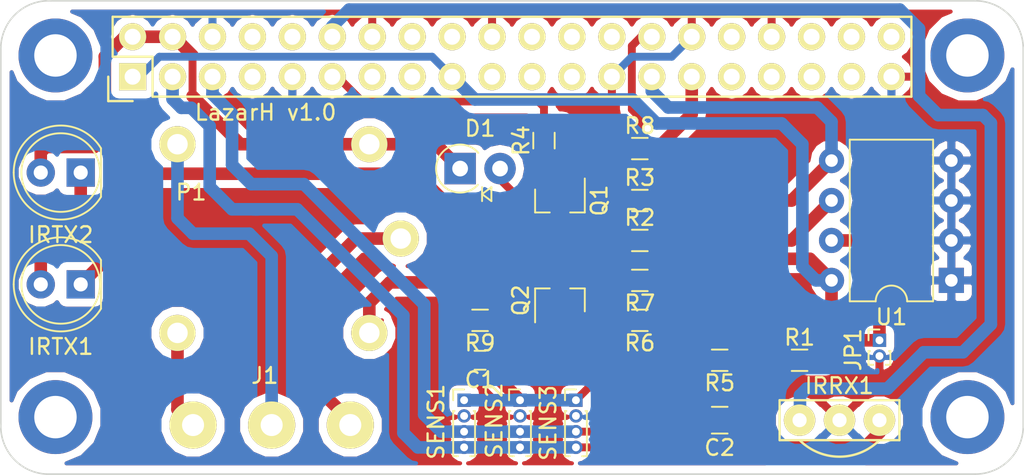
<source format=kicad_pcb>
(kicad_pcb (version 4) (host pcbnew 4.0.6)

  (general
    (links 67)
    (no_connects 7)
    (area 88.500229 88.500228 176.701172 133.5326)
    (thickness 1.6002)
    (drawings 8)
    (tracks 241)
    (zones 0)
    (modules 29)
    (nets 41)
  )

  (page A4)
  (layers
    (0 F.Cu signal hide)
    (31 B.Cu signal hide)
    (34 B.Paste user)
    (35 F.Paste user)
    (36 B.SilkS user)
    (37 F.SilkS user)
    (38 B.Mask user)
    (39 F.Mask user)
    (44 Edge.Cuts user)
  )

  (setup
    (last_trace_width 0.1524)
    (user_trace_width 0.1524)
    (user_trace_width 0.2)
    (user_trace_width 0.25)
    (user_trace_width 0.3)
    (user_trace_width 0.4)
    (user_trace_width 0.5)
    (user_trace_width 0.6)
    (user_trace_width 0.8)
    (trace_clearance 0.1524)
    (zone_clearance 0.508)
    (zone_45_only no)
    (trace_min 0.1524)
    (segment_width 0.2)
    (edge_width 0.1)
    (via_size 0.6858)
    (via_drill 0.3302)
    (via_min_size 0.6858)
    (via_min_drill 0.3302)
    (uvia_size 0.762)
    (uvia_drill 0.508)
    (uvias_allowed no)
    (uvia_min_size 0)
    (uvia_min_drill 0)
    (pcb_text_width 0.3)
    (pcb_text_size 1.5 1.5)
    (mod_edge_width 0.15)
    (mod_text_size 1 1)
    (mod_text_width 0.15)
    (pad_size 4.7 4.7)
    (pad_drill 2.7)
    (pad_to_mask_clearance 0)
    (aux_axis_origin 100.0252 100.0252)
    (grid_origin 100.0252 100.0252)
    (visible_elements 7FFEFFFF)
    (pcbplotparams
      (layerselection 0x00030_80000001)
      (usegerberextensions false)
      (excludeedgelayer true)
      (linewidth 0.100000)
      (plotframeref false)
      (viasonmask false)
      (mode 1)
      (useauxorigin false)
      (hpglpennumber 1)
      (hpglpenspeed 20)
      (hpglpendiameter 15)
      (hpglpenoverlay 2)
      (psnegative false)
      (psa4output false)
      (plotreference true)
      (plotvalue true)
      (plotinvisibletext false)
      (padsonsilk false)
      (subtractmaskfromsilk false)
      (outputformat 1)
      (mirror false)
      (drillshape 1)
      (scaleselection 1)
      (outputdirectory ""))
  )

  (net 0 "")
  (net 1 +3V3)
  (net 2 GND)
  (net 3 "Net-(C2-Pad1)")
  (net 4 +5V)
  (net 5 "Net-(D1-Pad2)")
  (net 6 "Net-(IRRX1-Pad1)")
  (net 7 "Net-(IRTX1-Pad1)")
  (net 8 "Net-(IRTX1-Pad2)")
  (net 9 "Net-(J1-Pad1)")
  (net 10 "Net-(J1-Pad2)")
  (net 11 "Net-(J1-Pad3)")
  (net 12 "Net-(JP1-Pad1)")
  (net 13 "Net-(Q1-Pad1)")
  (net 14 "Net-(Q2-Pad1)")
  (net 15 "Net-(R2-Pad2)")
  (net 16 "Net-(R3-Pad2)")
  (net 17 "Net-(R6-Pad2)")
  (net 18 "Net-(R7-Pad2)")
  (net 19 "Net-(R8-Pad2)")
  (net 20 "Net-(RASP_CONN1-Pad7)")
  (net 21 /TXD)
  (net 22 /RXD)
  (net 23 "Net-(RASP_CONN1-Pad13)")
  (net 24 "Net-(RASP_CONN1-Pad15)")
  (net 25 "Net-(RASP_CONN1-Pad16)")
  (net 26 "Net-(RASP_CONN1-Pad18)")
  (net 27 "Net-(RASP_CONN1-Pad19)")
  (net 28 "Net-(RASP_CONN1-Pad21)")
  (net 29 "Net-(RASP_CONN1-Pad22)")
  (net 30 "Net-(RASP_CONN1-Pad23)")
  (net 31 "Net-(RASP_CONN1-Pad24)")
  (net 32 "Net-(RASP_CONN1-Pad26)")
  (net 33 "Net-(RASP_CONN1-Pad31)")
  (net 34 "Net-(RASP_CONN1-Pad32)")
  (net 35 "Net-(RASP_CONN1-Pad33)")
  (net 36 "Net-(RASP_CONN1-Pad35)")
  (net 37 "Net-(RASP_CONN1-Pad36)")
  (net 38 "Net-(RASP_CONN1-Pad37)")
  (net 39 "Net-(RASP_CONN1-Pad38)")
  (net 40 "Net-(RASP_CONN1-Pad40)")

  (net_class Default "This is the default net class."
    (clearance 0.1524)
    (trace_width 0.1524)
    (via_dia 0.6858)
    (via_drill 0.3302)
    (uvia_dia 0.762)
    (uvia_drill 0.508)
    (add_net +3V3)
    (add_net +5V)
    (add_net /RXD)
    (add_net /TXD)
    (add_net GND)
    (add_net "Net-(C2-Pad1)")
    (add_net "Net-(D1-Pad2)")
    (add_net "Net-(IRRX1-Pad1)")
    (add_net "Net-(IRTX1-Pad1)")
    (add_net "Net-(IRTX1-Pad2)")
    (add_net "Net-(J1-Pad1)")
    (add_net "Net-(J1-Pad2)")
    (add_net "Net-(J1-Pad3)")
    (add_net "Net-(JP1-Pad1)")
    (add_net "Net-(Q1-Pad1)")
    (add_net "Net-(Q2-Pad1)")
    (add_net "Net-(R2-Pad2)")
    (add_net "Net-(R3-Pad2)")
    (add_net "Net-(R6-Pad2)")
    (add_net "Net-(R7-Pad2)")
    (add_net "Net-(R8-Pad2)")
    (add_net "Net-(RASP_CONN1-Pad13)")
    (add_net "Net-(RASP_CONN1-Pad15)")
    (add_net "Net-(RASP_CONN1-Pad16)")
    (add_net "Net-(RASP_CONN1-Pad18)")
    (add_net "Net-(RASP_CONN1-Pad19)")
    (add_net "Net-(RASP_CONN1-Pad21)")
    (add_net "Net-(RASP_CONN1-Pad22)")
    (add_net "Net-(RASP_CONN1-Pad23)")
    (add_net "Net-(RASP_CONN1-Pad24)")
    (add_net "Net-(RASP_CONN1-Pad26)")
    (add_net "Net-(RASP_CONN1-Pad31)")
    (add_net "Net-(RASP_CONN1-Pad32)")
    (add_net "Net-(RASP_CONN1-Pad33)")
    (add_net "Net-(RASP_CONN1-Pad35)")
    (add_net "Net-(RASP_CONN1-Pad36)")
    (add_net "Net-(RASP_CONN1-Pad37)")
    (add_net "Net-(RASP_CONN1-Pad38)")
    (add_net "Net-(RASP_CONN1-Pad40)")
    (add_net "Net-(RASP_CONN1-Pad7)")
  )

  (module Mounting_Holes:MountingHole_2.7mm_M2.5_DIN965_Pad (layer F.Cu) (tedit 59F215AB) (tstamp 59E3A365)
    (at 161.5694 103.7844)
    (descr "Mounting Hole 2.7mm, M2.5, DIN965")
    (tags "mounting hole 2.7mm m2.5 din965")
    (attr virtual)
    (fp_text reference "" (at 0 -3.35) (layer F.SilkS)
      (effects (font (size 1 1) (thickness 0.15)))
    )
    (fp_text value MountingHole_2.7mm_M2.5_DIN965_Pad (at 0 3.35) (layer F.Fab)
      (effects (font (size 1 1) (thickness 0.15)))
    )
    (fp_text user %R (at 0.3 0) (layer F.Fab)
      (effects (font (size 1 1) (thickness 0.15)))
    )
    (fp_circle (center 0 0) (end 2.35 0) (layer Cmts.User) (width 0.15))
    (fp_circle (center 0 0) (end 2.6 0) (layer F.CrtYd) (width 0.05))
    (pad 1 thru_hole circle (at -0.0694 -0.2844) (size 4.7 4.7) (drill 2.7) (layers *.Cu *.Mask))
  )

  (module myfootprint:RAS-05-15 (layer F.Cu) (tedit 59F215B8) (tstamp 59E38EBC)
    (at 113.3602 107.6452)
    (path /59E3919F)
    (fp_text reference P1 (at -1.2319 4.5593) (layer F.SilkS)
      (effects (font (size 1 1) (thickness 0.15)))
    )
    (fp_text value RAS-05-15 (at 1.27 -1.27) (layer F.Fab)
      (effects (font (size 1 1) (thickness 0.15)))
    )
    (pad 1 thru_hole circle (at -2.1 1.5) (size 2.3 2.3) (drill 1.3) (layers *.Cu *.Mask F.SilkS)
      (net 10 "Net-(J1-Pad2)"))
    (pad 2 thru_hole circle (at 10.1 1.5) (size 2.3 2.3) (drill 1.3) (layers *.Cu *.Mask F.SilkS)
      (net 4 +5V))
    (pad 3 thru_hole circle (at -2.1 13.5) (size 2.3 2.3) (drill 1.3) (layers *.Cu *.Mask F.SilkS)
      (net 11 "Net-(J1-Pad3)"))
    (pad 4 thru_hole circle (at 10.1 13.5) (size 2.3 2.3) (drill 1.3) (layers *.Cu *.Mask F.SilkS)
      (net 5 "Net-(D1-Pad2)"))
    (pad 5 thru_hole circle (at 12.1 7.5) (size 2.3 2.3) (drill 1.3) (layers *.Cu *.Mask F.SilkS)
      (net 9 "Net-(J1-Pad1)"))
  )

  (module LEDs:LED_D5.0mm (layer F.Cu) (tedit 5995936A) (tstamp 59E38EA6)
    (at 105.1052 110.9472 180)
    (descr "LED, diameter 5.0mm, 2 pins, http://cdn-reichelt.de/documents/datenblatt/A500/LL-504BC2E-009.pdf")
    (tags "LED diameter 5.0mm 2 pins")
    (path /5882BE41)
    (fp_text reference IRTX2 (at 1.27 -3.96 180) (layer F.SilkS)
      (effects (font (size 1 1) (thickness 0.15)))
    )
    (fp_text value L-53F3BT (at 1.27 3.96 180) (layer F.Fab)
      (effects (font (size 1 1) (thickness 0.15)))
    )
    (fp_arc (start 1.27 0) (end -1.23 -1.469694) (angle 299.1) (layer F.Fab) (width 0.1))
    (fp_arc (start 1.27 0) (end -1.29 -1.54483) (angle 148.9) (layer F.SilkS) (width 0.12))
    (fp_arc (start 1.27 0) (end -1.29 1.54483) (angle -148.9) (layer F.SilkS) (width 0.12))
    (fp_circle (center 1.27 0) (end 3.77 0) (layer F.Fab) (width 0.1))
    (fp_circle (center 1.27 0) (end 3.77 0) (layer F.SilkS) (width 0.12))
    (fp_line (start -1.23 -1.469694) (end -1.23 1.469694) (layer F.Fab) (width 0.1))
    (fp_line (start -1.29 -1.545) (end -1.29 1.545) (layer F.SilkS) (width 0.12))
    (fp_line (start -1.95 -3.25) (end -1.95 3.25) (layer F.CrtYd) (width 0.05))
    (fp_line (start -1.95 3.25) (end 4.5 3.25) (layer F.CrtYd) (width 0.05))
    (fp_line (start 4.5 3.25) (end 4.5 -3.25) (layer F.CrtYd) (width 0.05))
    (fp_line (start 4.5 -3.25) (end -1.95 -3.25) (layer F.CrtYd) (width 0.05))
    (fp_text user %R (at 1.25 0 180) (layer F.Fab)
      (effects (font (size 0.8 0.8) (thickness 0.2)))
    )
    (pad 1 thru_hole rect (at 0 0 180) (size 1.8 1.8) (drill 0.9) (layers *.Cu *.Mask)
      (net 8 "Net-(IRTX1-Pad2)"))
    (pad 2 thru_hole circle (at 2.54 0 180) (size 1.8 1.8) (drill 0.9) (layers *.Cu *.Mask)
      (net 4 +5V))
    (model ${KISYS3DMOD}/LEDs.3dshapes/LED_D5.0mm.wrl
      (at (xyz 0 0 0))
      (scale (xyz 0.393701 0.393701 0.393701))
      (rotate (xyz 0 0 0))
    )
  )

  (module Capacitors_SMD:C_0603_HandSoldering (layer F.Cu) (tedit 58AA848B) (tstamp 59E38E87)
    (at 130.5052 122.8852 180)
    (descr "Capacitor SMD 0603, hand soldering")
    (tags "capacitor 0603")
    (path /56FB5967)
    (attr smd)
    (fp_text reference C1 (at 0 -1.25 180) (layer F.SilkS)
      (effects (font (size 1 1) (thickness 0.15)))
    )
    (fp_text value 0.1 (at 0 1.5 180) (layer F.Fab)
      (effects (font (size 1 1) (thickness 0.15)))
    )
    (fp_text user %R (at 0 -1.25 180) (layer F.Fab)
      (effects (font (size 1 1) (thickness 0.15)))
    )
    (fp_line (start -0.8 0.4) (end -0.8 -0.4) (layer F.Fab) (width 0.1))
    (fp_line (start 0.8 0.4) (end -0.8 0.4) (layer F.Fab) (width 0.1))
    (fp_line (start 0.8 -0.4) (end 0.8 0.4) (layer F.Fab) (width 0.1))
    (fp_line (start -0.8 -0.4) (end 0.8 -0.4) (layer F.Fab) (width 0.1))
    (fp_line (start -0.35 -0.6) (end 0.35 -0.6) (layer F.SilkS) (width 0.12))
    (fp_line (start 0.35 0.6) (end -0.35 0.6) (layer F.SilkS) (width 0.12))
    (fp_line (start -1.8 -0.65) (end 1.8 -0.65) (layer F.CrtYd) (width 0.05))
    (fp_line (start -1.8 -0.65) (end -1.8 0.65) (layer F.CrtYd) (width 0.05))
    (fp_line (start 1.8 0.65) (end 1.8 -0.65) (layer F.CrtYd) (width 0.05))
    (fp_line (start 1.8 0.65) (end -1.8 0.65) (layer F.CrtYd) (width 0.05))
    (pad 1 smd rect (at -0.95 0 180) (size 1.2 0.75) (layers F.Cu F.Paste F.Mask)
      (net 1 +3V3))
    (pad 2 smd rect (at 0.95 0 180) (size 1.2 0.75) (layers F.Cu F.Paste F.Mask)
      (net 2 GND))
    (model Capacitors_SMD.3dshapes/C_0603.wrl
      (at (xyz 0 0 0))
      (scale (xyz 1 1 1))
      (rotate (xyz 0 0 0))
    )
  )

  (module Capacitors_SMD:C_0805_HandSoldering (layer F.Cu) (tedit 58AA84A8) (tstamp 59E38E8D)
    (at 145.7452 126.6952 180)
    (descr "Capacitor SMD 0805, hand soldering")
    (tags "capacitor 0805")
    (path /56FCE773)
    (attr smd)
    (fp_text reference C2 (at 0 -1.75 180) (layer F.SilkS)
      (effects (font (size 1 1) (thickness 0.15)))
    )
    (fp_text value 4.7 (at 0 1.75 180) (layer F.Fab)
      (effects (font (size 1 1) (thickness 0.15)))
    )
    (fp_text user %R (at 0 -1.75 180) (layer F.Fab)
      (effects (font (size 1 1) (thickness 0.15)))
    )
    (fp_line (start -1 0.62) (end -1 -0.62) (layer F.Fab) (width 0.1))
    (fp_line (start 1 0.62) (end -1 0.62) (layer F.Fab) (width 0.1))
    (fp_line (start 1 -0.62) (end 1 0.62) (layer F.Fab) (width 0.1))
    (fp_line (start -1 -0.62) (end 1 -0.62) (layer F.Fab) (width 0.1))
    (fp_line (start 0.5 -0.85) (end -0.5 -0.85) (layer F.SilkS) (width 0.12))
    (fp_line (start -0.5 0.85) (end 0.5 0.85) (layer F.SilkS) (width 0.12))
    (fp_line (start -2.25 -0.88) (end 2.25 -0.88) (layer F.CrtYd) (width 0.05))
    (fp_line (start -2.25 -0.88) (end -2.25 0.87) (layer F.CrtYd) (width 0.05))
    (fp_line (start 2.25 0.87) (end 2.25 -0.88) (layer F.CrtYd) (width 0.05))
    (fp_line (start 2.25 0.87) (end -2.25 0.87) (layer F.CrtYd) (width 0.05))
    (pad 1 smd rect (at -1.25 0 180) (size 1.5 1.25) (layers F.Cu F.Paste F.Mask)
      (net 3 "Net-(C2-Pad1)"))
    (pad 2 smd rect (at 1.25 0 180) (size 1.5 1.25) (layers F.Cu F.Paste F.Mask)
      (net 2 GND))
    (model Capacitors_SMD.3dshapes/C_0805.wrl
      (at (xyz 0 0 0))
      (scale (xyz 1 1 1))
      (rotate (xyz 0 0 0))
    )
  )

  (module myfootprint:TSOP38X (layer F.Cu) (tedit 59F21559) (tstamp 59E38E9A)
    (at 153.3652 124.1552)
    (path /56FCDD28)
    (fp_text reference IRRX1 (at -0.0127 0.3556) (layer F.SilkS)
      (effects (font (size 1 1) (thickness 0.15)))
    )
    (fp_text value TSOP34838 (at 0 -0.5) (layer F.Fab)
      (effects (font (size 1 1) (thickness 0.15)))
    )
    (fp_arc (start 0 1.27) (end 2.54 3.81) (angle 90) (layer F.SilkS) (width 0.15))
    (fp_line (start -3.81 1.27) (end 3.81 1.27) (layer F.SilkS) (width 0.15))
    (fp_line (start 3.81 1.27) (end 3.81 3.81) (layer F.SilkS) (width 0.15))
    (fp_line (start 3.81 3.81) (end -3.81 3.81) (layer F.SilkS) (width 0.15))
    (fp_line (start -3.81 3.81) (end -3.81 1.27) (layer F.SilkS) (width 0.15))
    (pad 1 thru_hole circle (at -2.54 2.54) (size 2 2) (drill 0.9) (layers *.Cu *.Mask F.SilkS)
      (net 6 "Net-(IRRX1-Pad1)"))
    (pad 2 thru_hole circle (at 0 2.54) (size 2 2) (drill 0.9) (layers *.Cu *.Mask F.SilkS)
      (net 2 GND))
    (pad 3 thru_hole circle (at 2.54 2.54) (size 2 2) (drill 0.9) (layers *.Cu *.Mask F.SilkS)
      (net 3 "Net-(C2-Pad1)"))
  )

  (module LEDs:LED_D5.0mm (layer F.Cu) (tedit 5995936A) (tstamp 59E38EA0)
    (at 105.1052 118.0592 180)
    (descr "LED, diameter 5.0mm, 2 pins, http://cdn-reichelt.de/documents/datenblatt/A500/LL-504BC2E-009.pdf")
    (tags "LED diameter 5.0mm 2 pins")
    (path /56FCCD5F)
    (fp_text reference IRTX1 (at 1.27 -3.96 180) (layer F.SilkS)
      (effects (font (size 1 1) (thickness 0.15)))
    )
    (fp_text value L-53F3BT (at 1.27 3.96 180) (layer F.Fab)
      (effects (font (size 1 1) (thickness 0.15)))
    )
    (fp_arc (start 1.27 0) (end -1.23 -1.469694) (angle 299.1) (layer F.Fab) (width 0.1))
    (fp_arc (start 1.27 0) (end -1.29 -1.54483) (angle 148.9) (layer F.SilkS) (width 0.12))
    (fp_arc (start 1.27 0) (end -1.29 1.54483) (angle -148.9) (layer F.SilkS) (width 0.12))
    (fp_circle (center 1.27 0) (end 3.77 0) (layer F.Fab) (width 0.1))
    (fp_circle (center 1.27 0) (end 3.77 0) (layer F.SilkS) (width 0.12))
    (fp_line (start -1.23 -1.469694) (end -1.23 1.469694) (layer F.Fab) (width 0.1))
    (fp_line (start -1.29 -1.545) (end -1.29 1.545) (layer F.SilkS) (width 0.12))
    (fp_line (start -1.95 -3.25) (end -1.95 3.25) (layer F.CrtYd) (width 0.05))
    (fp_line (start -1.95 3.25) (end 4.5 3.25) (layer F.CrtYd) (width 0.05))
    (fp_line (start 4.5 3.25) (end 4.5 -3.25) (layer F.CrtYd) (width 0.05))
    (fp_line (start 4.5 -3.25) (end -1.95 -3.25) (layer F.CrtYd) (width 0.05))
    (fp_text user %R (at 1.25 0 180) (layer F.Fab)
      (effects (font (size 0.8 0.8) (thickness 0.2)))
    )
    (pad 1 thru_hole rect (at 0 0 180) (size 1.8 1.8) (drill 0.9) (layers *.Cu *.Mask)
      (net 7 "Net-(IRTX1-Pad1)"))
    (pad 2 thru_hole circle (at 2.54 0 180) (size 1.8 1.8) (drill 0.9) (layers *.Cu *.Mask)
      (net 8 "Net-(IRTX1-Pad2)"))
    (model ${KISYS3DMOD}/LEDs.3dshapes/LED_D5.0mm.wrl
      (at (xyz 0 0 0))
      (scale (xyz 0.393701 0.393701 0.393701))
      (rotate (xyz 0 0 0))
    )
  )

  (module myfootprint:KLEMA_1x3 (layer F.Cu) (tedit 59F215EB) (tstamp 59E38EAD)
    (at 122.2502 130.5052 180)
    (path /59E39324)
    (fp_text reference J1 (at 5.4356 6.6421 180) (layer F.SilkS)
      (effects (font (size 1 1) (thickness 0.15)))
    )
    (fp_text value CONN_01X03 (at 2.1 -2 180) (layer F.Fab)
      (effects (font (size 1 1) (thickness 0.15)))
    )
    (pad 1 thru_hole circle (at 0 3.5 180) (size 3 3) (drill 1.4) (layers *.Cu *.Mask F.SilkS)
      (net 9 "Net-(J1-Pad1)"))
    (pad 2 thru_hole circle (at 5 3.5 180) (size 3 3) (drill 1.4) (layers *.Cu *.Mask F.SilkS)
      (net 10 "Net-(J1-Pad2)"))
    (pad 3 thru_hole circle (at 10 3.5 180) (size 3 3) (drill 1.4) (layers *.Cu *.Mask F.SilkS)
      (net 11 "Net-(J1-Pad3)"))
  )

  (module Pin_Headers:Pin_Header_Straight_1x02_Pitch1.00mm (layer F.Cu) (tedit 59F21560) (tstamp 59E38EB3)
    (at 155.9052 121.6152)
    (descr "Through hole straight pin header, 1x02, 1.00mm pitch, single row")
    (tags "Through hole pin header THT 1x02 1.00mm single row")
    (path /570C5478)
    (fp_text reference JP1 (at -1.6764 0.5969 90) (layer F.SilkS)
      (effects (font (size 1 1) (thickness 0.15)))
    )
    (fp_text value JUMPER (at 0 2.56) (layer F.Fab)
      (effects (font (size 1 1) (thickness 0.15)))
    )
    (fp_line (start -0.3175 -0.5) (end 0.635 -0.5) (layer F.Fab) (width 0.1))
    (fp_line (start 0.635 -0.5) (end 0.635 1.5) (layer F.Fab) (width 0.1))
    (fp_line (start 0.635 1.5) (end -0.635 1.5) (layer F.Fab) (width 0.1))
    (fp_line (start -0.635 1.5) (end -0.635 -0.1825) (layer F.Fab) (width 0.1))
    (fp_line (start -0.635 -0.1825) (end -0.3175 -0.5) (layer F.Fab) (width 0.1))
    (fp_line (start -0.695 1.56) (end -0.394493 1.56) (layer F.SilkS) (width 0.12))
    (fp_line (start 0.394493 1.56) (end 0.695 1.56) (layer F.SilkS) (width 0.12))
    (fp_line (start -0.695 0.685) (end -0.695 1.56) (layer F.SilkS) (width 0.12))
    (fp_line (start 0.695 0.685) (end 0.695 1.56) (layer F.SilkS) (width 0.12))
    (fp_line (start -0.695 0.685) (end -0.608276 0.685) (layer F.SilkS) (width 0.12))
    (fp_line (start 0.608276 0.685) (end 0.695 0.685) (layer F.SilkS) (width 0.12))
    (fp_line (start -0.695 0) (end -0.695 -0.685) (layer F.SilkS) (width 0.12))
    (fp_line (start -0.695 -0.685) (end 0 -0.685) (layer F.SilkS) (width 0.12))
    (fp_line (start -1.15 -1) (end -1.15 2) (layer F.CrtYd) (width 0.05))
    (fp_line (start -1.15 2) (end 1.15 2) (layer F.CrtYd) (width 0.05))
    (fp_line (start 1.15 2) (end 1.15 -1) (layer F.CrtYd) (width 0.05))
    (fp_line (start 1.15 -1) (end -1.15 -1) (layer F.CrtYd) (width 0.05))
    (fp_text user %R (at 0 0.5 90) (layer F.Fab)
      (effects (font (size 0.76 0.76) (thickness 0.114)))
    )
    (pad 1 thru_hole rect (at 0 0) (size 0.85 0.85) (drill 0.5) (layers *.Cu *.Mask)
      (net 12 "Net-(JP1-Pad1)"))
    (pad 2 thru_hole oval (at 0 1) (size 0.85 0.85) (drill 0.5) (layers *.Cu *.Mask)
      (net 2 GND))
    (model ${KISYS3DMOD}/Pin_Headers.3dshapes/Pin_Header_Straight_1x02_Pitch1.00mm.wrl
      (at (xyz 0 0 0))
      (scale (xyz 1 1 1))
      (rotate (xyz 0 0 0))
    )
  )

  (module TO_SOT_Packages_SMD:SOT-23 (layer F.Cu) (tedit 58CE4E7E) (tstamp 59E38EC3)
    (at 135.5852 112.7252 270)
    (descr "SOT-23, Standard")
    (tags SOT-23)
    (path /570BF19F)
    (attr smd)
    (fp_text reference Q1 (at 0 -2.5 270) (layer F.SilkS)
      (effects (font (size 1 1) (thickness 0.15)))
    )
    (fp_text value BC817 (at 0 2.5 270) (layer F.Fab)
      (effects (font (size 1 1) (thickness 0.15)))
    )
    (fp_text user %R (at 0 0 360) (layer F.Fab)
      (effects (font (size 0.5 0.5) (thickness 0.075)))
    )
    (fp_line (start -0.7 -0.95) (end -0.7 1.5) (layer F.Fab) (width 0.1))
    (fp_line (start -0.15 -1.52) (end 0.7 -1.52) (layer F.Fab) (width 0.1))
    (fp_line (start -0.7 -0.95) (end -0.15 -1.52) (layer F.Fab) (width 0.1))
    (fp_line (start 0.7 -1.52) (end 0.7 1.52) (layer F.Fab) (width 0.1))
    (fp_line (start -0.7 1.52) (end 0.7 1.52) (layer F.Fab) (width 0.1))
    (fp_line (start 0.76 1.58) (end 0.76 0.65) (layer F.SilkS) (width 0.12))
    (fp_line (start 0.76 -1.58) (end 0.76 -0.65) (layer F.SilkS) (width 0.12))
    (fp_line (start -1.7 -1.75) (end 1.7 -1.75) (layer F.CrtYd) (width 0.05))
    (fp_line (start 1.7 -1.75) (end 1.7 1.75) (layer F.CrtYd) (width 0.05))
    (fp_line (start 1.7 1.75) (end -1.7 1.75) (layer F.CrtYd) (width 0.05))
    (fp_line (start -1.7 1.75) (end -1.7 -1.75) (layer F.CrtYd) (width 0.05))
    (fp_line (start 0.76 -1.58) (end -1.4 -1.58) (layer F.SilkS) (width 0.12))
    (fp_line (start 0.76 1.58) (end -0.7 1.58) (layer F.SilkS) (width 0.12))
    (pad 1 smd rect (at -1 -0.95 270) (size 0.9 0.8) (layers F.Cu F.Paste F.Mask)
      (net 13 "Net-(Q1-Pad1)"))
    (pad 2 smd rect (at -1 0.95 270) (size 0.9 0.8) (layers F.Cu F.Paste F.Mask)
      (net 2 GND))
    (pad 3 smd rect (at 1 0 270) (size 0.9 0.8) (layers F.Cu F.Paste F.Mask)
      (net 7 "Net-(IRTX1-Pad1)"))
    (model ${KISYS3DMOD}/TO_SOT_Packages_SMD.3dshapes/SOT-23.wrl
      (at (xyz 0 0 0))
      (scale (xyz 1 1 1))
      (rotate (xyz 0 0 0))
    )
  )

  (module TO_SOT_Packages_SMD:SOT-23 (layer F.Cu) (tedit 58CE4E7E) (tstamp 59E38ECA)
    (at 135.5852 119.0752 90)
    (descr "SOT-23, Standard")
    (tags SOT-23)
    (path /59E386A1)
    (attr smd)
    (fp_text reference Q2 (at 0 -2.5 90) (layer F.SilkS)
      (effects (font (size 1 1) (thickness 0.15)))
    )
    (fp_text value BC817-40 (at 0 2.5 90) (layer F.Fab)
      (effects (font (size 1 1) (thickness 0.15)))
    )
    (fp_text user %R (at 0 0 180) (layer F.Fab)
      (effects (font (size 0.5 0.5) (thickness 0.075)))
    )
    (fp_line (start -0.7 -0.95) (end -0.7 1.5) (layer F.Fab) (width 0.1))
    (fp_line (start -0.15 -1.52) (end 0.7 -1.52) (layer F.Fab) (width 0.1))
    (fp_line (start -0.7 -0.95) (end -0.15 -1.52) (layer F.Fab) (width 0.1))
    (fp_line (start 0.7 -1.52) (end 0.7 1.52) (layer F.Fab) (width 0.1))
    (fp_line (start -0.7 1.52) (end 0.7 1.52) (layer F.Fab) (width 0.1))
    (fp_line (start 0.76 1.58) (end 0.76 0.65) (layer F.SilkS) (width 0.12))
    (fp_line (start 0.76 -1.58) (end 0.76 -0.65) (layer F.SilkS) (width 0.12))
    (fp_line (start -1.7 -1.75) (end 1.7 -1.75) (layer F.CrtYd) (width 0.05))
    (fp_line (start 1.7 -1.75) (end 1.7 1.75) (layer F.CrtYd) (width 0.05))
    (fp_line (start 1.7 1.75) (end -1.7 1.75) (layer F.CrtYd) (width 0.05))
    (fp_line (start -1.7 1.75) (end -1.7 -1.75) (layer F.CrtYd) (width 0.05))
    (fp_line (start 0.76 -1.58) (end -1.4 -1.58) (layer F.SilkS) (width 0.12))
    (fp_line (start 0.76 1.58) (end -0.7 1.58) (layer F.SilkS) (width 0.12))
    (pad 1 smd rect (at -1 -0.95 90) (size 0.9 0.8) (layers F.Cu F.Paste F.Mask)
      (net 14 "Net-(Q2-Pad1)"))
    (pad 2 smd rect (at -1 0.95 90) (size 0.9 0.8) (layers F.Cu F.Paste F.Mask)
      (net 2 GND))
    (pad 3 smd rect (at 1 0 90) (size 0.9 0.8) (layers F.Cu F.Paste F.Mask)
      (net 5 "Net-(D1-Pad2)"))
    (model ${KISYS3DMOD}/TO_SOT_Packages_SMD.3dshapes/SOT-23.wrl
      (at (xyz 0 0 0))
      (scale (xyz 1 1 1))
      (rotate (xyz 0 0 0))
    )
  )

  (module Resistors_SMD:R_0603_HandSoldering (layer F.Cu) (tedit 58E0A804) (tstamp 59E38ED0)
    (at 150.8252 122.8852)
    (descr "Resistor SMD 0603, hand soldering")
    (tags "resistor 0603")
    (path /56FB57DD)
    (attr smd)
    (fp_text reference R1 (at 0 -1.45) (layer F.SilkS)
      (effects (font (size 1 1) (thickness 0.15)))
    )
    (fp_text value 1K (at 0 1.55) (layer F.Fab)
      (effects (font (size 1 1) (thickness 0.15)))
    )
    (fp_text user %R (at 0 0) (layer F.Fab)
      (effects (font (size 0.4 0.4) (thickness 0.075)))
    )
    (fp_line (start -0.8 0.4) (end -0.8 -0.4) (layer F.Fab) (width 0.1))
    (fp_line (start 0.8 0.4) (end -0.8 0.4) (layer F.Fab) (width 0.1))
    (fp_line (start 0.8 -0.4) (end 0.8 0.4) (layer F.Fab) (width 0.1))
    (fp_line (start -0.8 -0.4) (end 0.8 -0.4) (layer F.Fab) (width 0.1))
    (fp_line (start 0.5 0.68) (end -0.5 0.68) (layer F.SilkS) (width 0.12))
    (fp_line (start -0.5 -0.68) (end 0.5 -0.68) (layer F.SilkS) (width 0.12))
    (fp_line (start -1.96 -0.7) (end 1.95 -0.7) (layer F.CrtYd) (width 0.05))
    (fp_line (start -1.96 -0.7) (end -1.96 0.7) (layer F.CrtYd) (width 0.05))
    (fp_line (start 1.95 0.7) (end 1.95 -0.7) (layer F.CrtYd) (width 0.05))
    (fp_line (start 1.95 0.7) (end -1.96 0.7) (layer F.CrtYd) (width 0.05))
    (pad 1 smd rect (at -1.1 0) (size 1.2 0.9) (layers F.Cu F.Paste F.Mask)
      (net 1 +3V3))
    (pad 2 smd rect (at 1.1 0) (size 1.2 0.9) (layers F.Cu F.Paste F.Mask)
      (net 12 "Net-(JP1-Pad1)"))
    (model ${KISYS3DMOD}/Resistors_SMD.3dshapes/R_0603.wrl
      (at (xyz 0 0 0))
      (scale (xyz 1 1 1))
      (rotate (xyz 0 0 0))
    )
  )

  (module Resistors_SMD:R_0603_HandSoldering (layer F.Cu) (tedit 58E0A804) (tstamp 59E38ED6)
    (at 140.6652 115.2652)
    (descr "Resistor SMD 0603, hand soldering")
    (tags "resistor 0603")
    (path /56FB589D)
    (attr smd)
    (fp_text reference R2 (at 0 -1.45) (layer F.SilkS)
      (effects (font (size 1 1) (thickness 0.15)))
    )
    (fp_text value 4.7K (at 0 1.55) (layer F.Fab)
      (effects (font (size 1 1) (thickness 0.15)))
    )
    (fp_text user %R (at 0 0) (layer F.Fab)
      (effects (font (size 0.4 0.4) (thickness 0.075)))
    )
    (fp_line (start -0.8 0.4) (end -0.8 -0.4) (layer F.Fab) (width 0.1))
    (fp_line (start 0.8 0.4) (end -0.8 0.4) (layer F.Fab) (width 0.1))
    (fp_line (start 0.8 -0.4) (end 0.8 0.4) (layer F.Fab) (width 0.1))
    (fp_line (start -0.8 -0.4) (end 0.8 -0.4) (layer F.Fab) (width 0.1))
    (fp_line (start 0.5 0.68) (end -0.5 0.68) (layer F.SilkS) (width 0.12))
    (fp_line (start -0.5 -0.68) (end 0.5 -0.68) (layer F.SilkS) (width 0.12))
    (fp_line (start -1.96 -0.7) (end 1.95 -0.7) (layer F.CrtYd) (width 0.05))
    (fp_line (start -1.96 -0.7) (end -1.96 0.7) (layer F.CrtYd) (width 0.05))
    (fp_line (start 1.95 0.7) (end 1.95 -0.7) (layer F.CrtYd) (width 0.05))
    (fp_line (start 1.95 0.7) (end -1.96 0.7) (layer F.CrtYd) (width 0.05))
    (pad 1 smd rect (at -1.1 0) (size 1.2 0.9) (layers F.Cu F.Paste F.Mask)
      (net 1 +3V3))
    (pad 2 smd rect (at 1.1 0) (size 1.2 0.9) (layers F.Cu F.Paste F.Mask)
      (net 15 "Net-(R2-Pad2)"))
    (model ${KISYS3DMOD}/Resistors_SMD.3dshapes/R_0603.wrl
      (at (xyz 0 0 0))
      (scale (xyz 1 1 1))
      (rotate (xyz 0 0 0))
    )
  )

  (module Resistors_SMD:R_0603_HandSoldering (layer F.Cu) (tedit 58E0A804) (tstamp 59E38EDC)
    (at 140.6652 112.7252)
    (descr "Resistor SMD 0603, hand soldering")
    (tags "resistor 0603")
    (path /56FB5912)
    (attr smd)
    (fp_text reference R3 (at 0 -1.45) (layer F.SilkS)
      (effects (font (size 1 1) (thickness 0.15)))
    )
    (fp_text value 4.7K (at 0 1.55) (layer F.Fab)
      (effects (font (size 1 1) (thickness 0.15)))
    )
    (fp_text user %R (at 0 0) (layer F.Fab)
      (effects (font (size 0.4 0.4) (thickness 0.075)))
    )
    (fp_line (start -0.8 0.4) (end -0.8 -0.4) (layer F.Fab) (width 0.1))
    (fp_line (start 0.8 0.4) (end -0.8 0.4) (layer F.Fab) (width 0.1))
    (fp_line (start 0.8 -0.4) (end 0.8 0.4) (layer F.Fab) (width 0.1))
    (fp_line (start -0.8 -0.4) (end 0.8 -0.4) (layer F.Fab) (width 0.1))
    (fp_line (start 0.5 0.68) (end -0.5 0.68) (layer F.SilkS) (width 0.12))
    (fp_line (start -0.5 -0.68) (end 0.5 -0.68) (layer F.SilkS) (width 0.12))
    (fp_line (start -1.96 -0.7) (end 1.95 -0.7) (layer F.CrtYd) (width 0.05))
    (fp_line (start -1.96 -0.7) (end -1.96 0.7) (layer F.CrtYd) (width 0.05))
    (fp_line (start 1.95 0.7) (end 1.95 -0.7) (layer F.CrtYd) (width 0.05))
    (fp_line (start 1.95 0.7) (end -1.96 0.7) (layer F.CrtYd) (width 0.05))
    (pad 1 smd rect (at -1.1 0) (size 1.2 0.9) (layers F.Cu F.Paste F.Mask)
      (net 1 +3V3))
    (pad 2 smd rect (at 1.1 0) (size 1.2 0.9) (layers F.Cu F.Paste F.Mask)
      (net 16 "Net-(R3-Pad2)"))
    (model ${KISYS3DMOD}/Resistors_SMD.3dshapes/R_0603.wrl
      (at (xyz 0 0 0))
      (scale (xyz 1 1 1))
      (rotate (xyz 0 0 0))
    )
  )

  (module Resistors_SMD:R_0603_HandSoldering (layer F.Cu) (tedit 58E0A804) (tstamp 59E38EE2)
    (at 134.5692 108.9152 90)
    (descr "Resistor SMD 0603, hand soldering")
    (tags "resistor 0603")
    (path /570BEF32)
    (attr smd)
    (fp_text reference R4 (at 0 -1.45 90) (layer F.SilkS)
      (effects (font (size 1 1) (thickness 0.15)))
    )
    (fp_text value 10K (at 0 1.55 90) (layer F.Fab)
      (effects (font (size 1 1) (thickness 0.15)))
    )
    (fp_text user %R (at 0 0 90) (layer F.Fab)
      (effects (font (size 0.4 0.4) (thickness 0.075)))
    )
    (fp_line (start -0.8 0.4) (end -0.8 -0.4) (layer F.Fab) (width 0.1))
    (fp_line (start 0.8 0.4) (end -0.8 0.4) (layer F.Fab) (width 0.1))
    (fp_line (start 0.8 -0.4) (end 0.8 0.4) (layer F.Fab) (width 0.1))
    (fp_line (start -0.8 -0.4) (end 0.8 -0.4) (layer F.Fab) (width 0.1))
    (fp_line (start 0.5 0.68) (end -0.5 0.68) (layer F.SilkS) (width 0.12))
    (fp_line (start -0.5 -0.68) (end 0.5 -0.68) (layer F.SilkS) (width 0.12))
    (fp_line (start -1.96 -0.7) (end 1.95 -0.7) (layer F.CrtYd) (width 0.05))
    (fp_line (start -1.96 -0.7) (end -1.96 0.7) (layer F.CrtYd) (width 0.05))
    (fp_line (start 1.95 0.7) (end 1.95 -0.7) (layer F.CrtYd) (width 0.05))
    (fp_line (start 1.95 0.7) (end -1.96 0.7) (layer F.CrtYd) (width 0.05))
    (pad 1 smd rect (at -1.1 0 90) (size 1.2 0.9) (layers F.Cu F.Paste F.Mask)
      (net 2 GND))
    (pad 2 smd rect (at 1.1 0 90) (size 1.2 0.9) (layers F.Cu F.Paste F.Mask)
      (net 13 "Net-(Q1-Pad1)"))
    (model ${KISYS3DMOD}/Resistors_SMD.3dshapes/R_0603.wrl
      (at (xyz 0 0 0))
      (scale (xyz 1 1 1))
      (rotate (xyz 0 0 0))
    )
  )

  (module Resistors_SMD:R_0603_HandSoldering (layer F.Cu) (tedit 58E0A804) (tstamp 59E38EE8)
    (at 145.7452 122.8852 180)
    (descr "Resistor SMD 0603, hand soldering")
    (tags "resistor 0603")
    (path /56FCE3CD)
    (attr smd)
    (fp_text reference R5 (at 0 -1.45 180) (layer F.SilkS)
      (effects (font (size 1 1) (thickness 0.15)))
    )
    (fp_text value 470 (at 0 1.55 180) (layer F.Fab)
      (effects (font (size 1 1) (thickness 0.15)))
    )
    (fp_text user %R (at 0 0 180) (layer F.Fab)
      (effects (font (size 0.4 0.4) (thickness 0.075)))
    )
    (fp_line (start -0.8 0.4) (end -0.8 -0.4) (layer F.Fab) (width 0.1))
    (fp_line (start 0.8 0.4) (end -0.8 0.4) (layer F.Fab) (width 0.1))
    (fp_line (start 0.8 -0.4) (end 0.8 0.4) (layer F.Fab) (width 0.1))
    (fp_line (start -0.8 -0.4) (end 0.8 -0.4) (layer F.Fab) (width 0.1))
    (fp_line (start 0.5 0.68) (end -0.5 0.68) (layer F.SilkS) (width 0.12))
    (fp_line (start -0.5 -0.68) (end 0.5 -0.68) (layer F.SilkS) (width 0.12))
    (fp_line (start -1.96 -0.7) (end 1.95 -0.7) (layer F.CrtYd) (width 0.05))
    (fp_line (start -1.96 -0.7) (end -1.96 0.7) (layer F.CrtYd) (width 0.05))
    (fp_line (start 1.95 0.7) (end 1.95 -0.7) (layer F.CrtYd) (width 0.05))
    (fp_line (start 1.95 0.7) (end -1.96 0.7) (layer F.CrtYd) (width 0.05))
    (pad 1 smd rect (at -1.1 0 180) (size 1.2 0.9) (layers F.Cu F.Paste F.Mask)
      (net 1 +3V3))
    (pad 2 smd rect (at 1.1 0 180) (size 1.2 0.9) (layers F.Cu F.Paste F.Mask)
      (net 3 "Net-(C2-Pad1)"))
    (model ${KISYS3DMOD}/Resistors_SMD.3dshapes/R_0603.wrl
      (at (xyz 0 0 0))
      (scale (xyz 1 1 1))
      (rotate (xyz 0 0 0))
    )
  )

  (module Resistors_SMD:R_0603_HandSoldering (layer F.Cu) (tedit 58E0A804) (tstamp 59E38EEE)
    (at 140.6652 120.3452 180)
    (descr "Resistor SMD 0603, hand soldering")
    (tags "resistor 0603")
    (path /570C0762)
    (attr smd)
    (fp_text reference R6 (at 0 -1.45 180) (layer F.SilkS)
      (effects (font (size 1 1) (thickness 0.15)))
    )
    (fp_text value 4.7K (at 0 1.55 180) (layer F.Fab)
      (effects (font (size 1 1) (thickness 0.15)))
    )
    (fp_text user %R (at 0 0 180) (layer F.Fab)
      (effects (font (size 0.4 0.4) (thickness 0.075)))
    )
    (fp_line (start -0.8 0.4) (end -0.8 -0.4) (layer F.Fab) (width 0.1))
    (fp_line (start 0.8 0.4) (end -0.8 0.4) (layer F.Fab) (width 0.1))
    (fp_line (start 0.8 -0.4) (end 0.8 0.4) (layer F.Fab) (width 0.1))
    (fp_line (start -0.8 -0.4) (end 0.8 -0.4) (layer F.Fab) (width 0.1))
    (fp_line (start 0.5 0.68) (end -0.5 0.68) (layer F.SilkS) (width 0.12))
    (fp_line (start -0.5 -0.68) (end 0.5 -0.68) (layer F.SilkS) (width 0.12))
    (fp_line (start -1.96 -0.7) (end 1.95 -0.7) (layer F.CrtYd) (width 0.05))
    (fp_line (start -1.96 -0.7) (end -1.96 0.7) (layer F.CrtYd) (width 0.05))
    (fp_line (start 1.95 0.7) (end 1.95 -0.7) (layer F.CrtYd) (width 0.05))
    (fp_line (start 1.95 0.7) (end -1.96 0.7) (layer F.CrtYd) (width 0.05))
    (pad 1 smd rect (at -1.1 0 180) (size 1.2 0.9) (layers F.Cu F.Paste F.Mask)
      (net 1 +3V3))
    (pad 2 smd rect (at 1.1 0 180) (size 1.2 0.9) (layers F.Cu F.Paste F.Mask)
      (net 17 "Net-(R6-Pad2)"))
    (model ${KISYS3DMOD}/Resistors_SMD.3dshapes/R_0603.wrl
      (at (xyz 0 0 0))
      (scale (xyz 1 1 1))
      (rotate (xyz 0 0 0))
    )
  )

  (module Resistors_SMD:R_0603_HandSoldering (layer F.Cu) (tedit 58E0A804) (tstamp 59E38EF4)
    (at 140.6652 117.8052 180)
    (descr "Resistor SMD 0603, hand soldering")
    (tags "resistor 0603")
    (path /570C0BD5)
    (attr smd)
    (fp_text reference R7 (at 0 -1.45 180) (layer F.SilkS)
      (effects (font (size 1 1) (thickness 0.15)))
    )
    (fp_text value 4.7K (at 0 1.55 180) (layer F.Fab)
      (effects (font (size 1 1) (thickness 0.15)))
    )
    (fp_text user %R (at 0 0 180) (layer F.Fab)
      (effects (font (size 0.4 0.4) (thickness 0.075)))
    )
    (fp_line (start -0.8 0.4) (end -0.8 -0.4) (layer F.Fab) (width 0.1))
    (fp_line (start 0.8 0.4) (end -0.8 0.4) (layer F.Fab) (width 0.1))
    (fp_line (start 0.8 -0.4) (end 0.8 0.4) (layer F.Fab) (width 0.1))
    (fp_line (start -0.8 -0.4) (end 0.8 -0.4) (layer F.Fab) (width 0.1))
    (fp_line (start 0.5 0.68) (end -0.5 0.68) (layer F.SilkS) (width 0.12))
    (fp_line (start -0.5 -0.68) (end 0.5 -0.68) (layer F.SilkS) (width 0.12))
    (fp_line (start -1.96 -0.7) (end 1.95 -0.7) (layer F.CrtYd) (width 0.05))
    (fp_line (start -1.96 -0.7) (end -1.96 0.7) (layer F.CrtYd) (width 0.05))
    (fp_line (start 1.95 0.7) (end 1.95 -0.7) (layer F.CrtYd) (width 0.05))
    (fp_line (start 1.95 0.7) (end -1.96 0.7) (layer F.CrtYd) (width 0.05))
    (pad 1 smd rect (at -1.1 0 180) (size 1.2 0.9) (layers F.Cu F.Paste F.Mask)
      (net 1 +3V3))
    (pad 2 smd rect (at 1.1 0 180) (size 1.2 0.9) (layers F.Cu F.Paste F.Mask)
      (net 18 "Net-(R7-Pad2)"))
    (model ${KISYS3DMOD}/Resistors_SMD.3dshapes/R_0603.wrl
      (at (xyz 0 0 0))
      (scale (xyz 1 1 1))
      (rotate (xyz 0 0 0))
    )
  )

  (module Resistors_SMD:R_0603_HandSoldering (layer F.Cu) (tedit 58E0A804) (tstamp 59E38EFA)
    (at 140.6652 109.4232)
    (descr "Resistor SMD 0603, hand soldering")
    (tags "resistor 0603")
    (path /59E38738)
    (attr smd)
    (fp_text reference R8 (at 0 -1.45) (layer F.SilkS)
      (effects (font (size 1 1) (thickness 0.15)))
    )
    (fp_text value 2.7k (at 0 1.55) (layer F.Fab)
      (effects (font (size 1 1) (thickness 0.15)))
    )
    (fp_text user %R (at 0 0) (layer F.Fab)
      (effects (font (size 0.4 0.4) (thickness 0.075)))
    )
    (fp_line (start -0.8 0.4) (end -0.8 -0.4) (layer F.Fab) (width 0.1))
    (fp_line (start 0.8 0.4) (end -0.8 0.4) (layer F.Fab) (width 0.1))
    (fp_line (start 0.8 -0.4) (end 0.8 0.4) (layer F.Fab) (width 0.1))
    (fp_line (start -0.8 -0.4) (end 0.8 -0.4) (layer F.Fab) (width 0.1))
    (fp_line (start 0.5 0.68) (end -0.5 0.68) (layer F.SilkS) (width 0.12))
    (fp_line (start -0.5 -0.68) (end 0.5 -0.68) (layer F.SilkS) (width 0.12))
    (fp_line (start -1.96 -0.7) (end 1.95 -0.7) (layer F.CrtYd) (width 0.05))
    (fp_line (start -1.96 -0.7) (end -1.96 0.7) (layer F.CrtYd) (width 0.05))
    (fp_line (start 1.95 0.7) (end 1.95 -0.7) (layer F.CrtYd) (width 0.05))
    (fp_line (start 1.95 0.7) (end -1.96 0.7) (layer F.CrtYd) (width 0.05))
    (pad 1 smd rect (at -1.1 0) (size 1.2 0.9) (layers F.Cu F.Paste F.Mask)
      (net 14 "Net-(Q2-Pad1)"))
    (pad 2 smd rect (at 1.1 0) (size 1.2 0.9) (layers F.Cu F.Paste F.Mask)
      (net 19 "Net-(R8-Pad2)"))
    (model ${KISYS3DMOD}/Resistors_SMD.3dshapes/R_0603.wrl
      (at (xyz 0 0 0))
      (scale (xyz 1 1 1))
      (rotate (xyz 0 0 0))
    )
  )

  (module Resistors_SMD:R_0603_HandSoldering (layer F.Cu) (tedit 58E0A804) (tstamp 59E38F00)
    (at 130.5052 120.3452 180)
    (descr "Resistor SMD 0603, hand soldering")
    (tags "resistor 0603")
    (path /59E38809)
    (attr smd)
    (fp_text reference R9 (at 0 -1.45 180) (layer F.SilkS)
      (effects (font (size 1 1) (thickness 0.15)))
    )
    (fp_text value 27k (at 0 1.55 180) (layer F.Fab)
      (effects (font (size 1 1) (thickness 0.15)))
    )
    (fp_text user %R (at 0 0 180) (layer F.Fab)
      (effects (font (size 0.4 0.4) (thickness 0.075)))
    )
    (fp_line (start -0.8 0.4) (end -0.8 -0.4) (layer F.Fab) (width 0.1))
    (fp_line (start 0.8 0.4) (end -0.8 0.4) (layer F.Fab) (width 0.1))
    (fp_line (start 0.8 -0.4) (end 0.8 0.4) (layer F.Fab) (width 0.1))
    (fp_line (start -0.8 -0.4) (end 0.8 -0.4) (layer F.Fab) (width 0.1))
    (fp_line (start 0.5 0.68) (end -0.5 0.68) (layer F.SilkS) (width 0.12))
    (fp_line (start -0.5 -0.68) (end 0.5 -0.68) (layer F.SilkS) (width 0.12))
    (fp_line (start -1.96 -0.7) (end 1.95 -0.7) (layer F.CrtYd) (width 0.05))
    (fp_line (start -1.96 -0.7) (end -1.96 0.7) (layer F.CrtYd) (width 0.05))
    (fp_line (start 1.95 0.7) (end 1.95 -0.7) (layer F.CrtYd) (width 0.05))
    (fp_line (start 1.95 0.7) (end -1.96 0.7) (layer F.CrtYd) (width 0.05))
    (pad 1 smd rect (at -1.1 0 180) (size 1.2 0.9) (layers F.Cu F.Paste F.Mask)
      (net 14 "Net-(Q2-Pad1)"))
    (pad 2 smd rect (at 1.1 0 180) (size 1.2 0.9) (layers F.Cu F.Paste F.Mask)
      (net 2 GND))
    (model ${KISYS3DMOD}/Resistors_SMD.3dshapes/R_0603.wrl
      (at (xyz 0 0 0))
      (scale (xyz 1 1 1))
      (rotate (xyz 0 0 0))
    )
  )

  (module myfootprint:Pin_Header_Straight_2x20 (layer F.Cu) (tedit 59F215DB) (tstamp 59E38F2C)
    (at 132.5372 103.5812 90)
    (descr "Through hole pin header")
    (tags "pin header")
    (path /56FB7C7A)
    (fp_text reference "LazarH v1.0" (at -3.5433 -15.6718 180) (layer F.SilkS)
      (effects (font (size 1 1) (thickness 0.15)))
    )
    (fp_text value Raspberry_PI (at -3.87 -18.73 180) (layer F.Fab) hide
      (effects (font (size 1 1) (thickness 0.15)))
    )
    (fp_line (start -3.02 -25.88) (end -3.02 25.92) (layer F.CrtYd) (width 0.05))
    (fp_line (start 3.03 -25.88) (end 3.03 25.92) (layer F.CrtYd) (width 0.05))
    (fp_line (start -3.02 -25.88) (end 3.03 -25.88) (layer F.CrtYd) (width 0.05))
    (fp_line (start -3.02 25.92) (end 3.03 25.92) (layer F.CrtYd) (width 0.05))
    (fp_line (start 2.54 25.4) (end 2.54 -25.4) (layer F.SilkS) (width 0.15))
    (fp_line (start -2.54 -22.86) (end -2.54 25.4) (layer F.SilkS) (width 0.15))
    (fp_line (start 2.54 25.4) (end -2.54 25.4) (layer F.SilkS) (width 0.15))
    (fp_line (start 2.54 -25.4) (end 0 -25.4) (layer F.SilkS) (width 0.15))
    (fp_line (start -1.27 -25.68) (end -2.82 -25.68) (layer F.SilkS) (width 0.15))
    (fp_line (start 0 -25.4) (end 0 -22.86) (layer F.SilkS) (width 0.15))
    (fp_line (start 0 -22.86) (end -2.54 -22.86) (layer F.SilkS) (width 0.15))
    (fp_line (start -2.82 -25.68) (end -2.82 -24.13) (layer F.SilkS) (width 0.15))
    (pad 1 thru_hole rect (at -1.27 -24.13 90) (size 1.7272 1.7272) (drill 1.016) (layers *.Cu *.Mask F.SilkS)
      (net 1 +3V3))
    (pad 2 thru_hole oval (at 1.27 -24.13 90) (size 1.7272 1.7272) (drill 1.016) (layers *.Cu *.Mask F.SilkS)
      (net 4 +5V))
    (pad 3 thru_hole oval (at -1.27 -21.59 90) (size 1.7272 1.7272) (drill 1.016) (layers *.Cu *.Mask F.SilkS)
      (net 17 "Net-(R6-Pad2)"))
    (pad 4 thru_hole oval (at 1.27 -21.59 90) (size 1.7272 1.7272) (drill 1.016) (layers *.Cu *.Mask F.SilkS)
      (net 4 +5V))
    (pad 5 thru_hole oval (at -1.27 -19.05 90) (size 1.7272 1.7272) (drill 1.016) (layers *.Cu *.Mask F.SilkS)
      (net 18 "Net-(R7-Pad2)"))
    (pad 6 thru_hole oval (at 1.27 -19.05 90) (size 1.7272 1.7272) (drill 1.016) (layers *.Cu *.Mask F.SilkS)
      (net 2 GND))
    (pad 7 thru_hole oval (at -1.27 -16.51 90) (size 1.7272 1.7272) (drill 1.016) (layers *.Cu *.Mask F.SilkS)
      (net 20 "Net-(RASP_CONN1-Pad7)"))
    (pad 8 thru_hole oval (at 1.27 -16.51 90) (size 1.7272 1.7272) (drill 1.016) (layers *.Cu *.Mask F.SilkS)
      (net 21 /TXD))
    (pad 9 thru_hole oval (at -1.27 -13.97 90) (size 1.7272 1.7272) (drill 1.016) (layers *.Cu *.Mask F.SilkS)
      (net 2 GND))
    (pad 10 thru_hole oval (at 1.27 -13.97 90) (size 1.7272 1.7272) (drill 1.016) (layers *.Cu *.Mask F.SilkS)
      (net 22 /RXD))
    (pad 11 thru_hole oval (at -1.27 -11.43 90) (size 1.7272 1.7272) (drill 1.016) (layers *.Cu *.Mask F.SilkS)
      (net 13 "Net-(Q1-Pad1)"))
    (pad 12 thru_hole oval (at 1.27 -11.43 90) (size 1.7272 1.7272) (drill 1.016) (layers *.Cu *.Mask F.SilkS)
      (net 6 "Net-(IRRX1-Pad1)"))
    (pad 13 thru_hole oval (at -1.27 -8.89 90) (size 1.7272 1.7272) (drill 1.016) (layers *.Cu *.Mask F.SilkS)
      (net 23 "Net-(RASP_CONN1-Pad13)"))
    (pad 14 thru_hole oval (at 1.27 -8.89 90) (size 1.7272 1.7272) (drill 1.016) (layers *.Cu *.Mask F.SilkS)
      (net 2 GND))
    (pad 15 thru_hole oval (at -1.27 -6.35 90) (size 1.7272 1.7272) (drill 1.016) (layers *.Cu *.Mask F.SilkS)
      (net 24 "Net-(RASP_CONN1-Pad15)"))
    (pad 16 thru_hole oval (at 1.27 -6.35 90) (size 1.7272 1.7272) (drill 1.016) (layers *.Cu *.Mask F.SilkS)
      (net 25 "Net-(RASP_CONN1-Pad16)"))
    (pad 17 thru_hole oval (at -1.27 -3.81 90) (size 1.7272 1.7272) (drill 1.016) (layers *.Cu *.Mask F.SilkS)
      (net 1 +3V3))
    (pad 18 thru_hole oval (at 1.27 -3.81 90) (size 1.7272 1.7272) (drill 1.016) (layers *.Cu *.Mask F.SilkS)
      (net 26 "Net-(RASP_CONN1-Pad18)"))
    (pad 19 thru_hole oval (at -1.27 -1.27 90) (size 1.7272 1.7272) (drill 1.016) (layers *.Cu *.Mask F.SilkS)
      (net 27 "Net-(RASP_CONN1-Pad19)"))
    (pad 20 thru_hole oval (at 1.27 -1.27 90) (size 1.7272 1.7272) (drill 1.016) (layers *.Cu *.Mask F.SilkS)
      (net 2 GND))
    (pad 21 thru_hole oval (at -1.27 1.27 90) (size 1.7272 1.7272) (drill 1.016) (layers *.Cu *.Mask F.SilkS)
      (net 28 "Net-(RASP_CONN1-Pad21)"))
    (pad 22 thru_hole oval (at 1.27 1.27 90) (size 1.7272 1.7272) (drill 1.016) (layers *.Cu *.Mask F.SilkS)
      (net 29 "Net-(RASP_CONN1-Pad22)"))
    (pad 23 thru_hole oval (at -1.27 3.81 90) (size 1.7272 1.7272) (drill 1.016) (layers *.Cu *.Mask F.SilkS)
      (net 30 "Net-(RASP_CONN1-Pad23)"))
    (pad 24 thru_hole oval (at 1.27 3.81 90) (size 1.7272 1.7272) (drill 1.016) (layers *.Cu *.Mask F.SilkS)
      (net 31 "Net-(RASP_CONN1-Pad24)"))
    (pad 25 thru_hole oval (at -1.27 6.35 90) (size 1.7272 1.7272) (drill 1.016) (layers *.Cu *.Mask F.SilkS)
      (net 2 GND))
    (pad 26 thru_hole oval (at 1.27 6.35 90) (size 1.7272 1.7272) (drill 1.016) (layers *.Cu *.Mask F.SilkS)
      (net 32 "Net-(RASP_CONN1-Pad26)"))
    (pad 27 thru_hole oval (at -1.27 8.89 90) (size 1.7272 1.7272) (drill 1.016) (layers *.Cu *.Mask F.SilkS)
      (net 16 "Net-(R3-Pad2)"))
    (pad 28 thru_hole oval (at 1.27 8.89 90) (size 1.7272 1.7272) (drill 1.016) (layers *.Cu *.Mask F.SilkS)
      (net 15 "Net-(R2-Pad2)"))
    (pad 29 thru_hole oval (at -1.27 11.43 90) (size 1.7272 1.7272) (drill 1.016) (layers *.Cu *.Mask F.SilkS)
      (net 19 "Net-(R8-Pad2)"))
    (pad 30 thru_hole oval (at 1.27 11.43 90) (size 1.7272 1.7272) (drill 1.016) (layers *.Cu *.Mask F.SilkS)
      (net 2 GND))
    (pad 31 thru_hole oval (at -1.27 13.97 90) (size 1.7272 1.7272) (drill 1.016) (layers *.Cu *.Mask F.SilkS)
      (net 33 "Net-(RASP_CONN1-Pad31)"))
    (pad 32 thru_hole oval (at 1.27 13.97 90) (size 1.7272 1.7272) (drill 1.016) (layers *.Cu *.Mask F.SilkS)
      (net 34 "Net-(RASP_CONN1-Pad32)"))
    (pad 33 thru_hole oval (at -1.27 16.51 90) (size 1.7272 1.7272) (drill 1.016) (layers *.Cu *.Mask F.SilkS)
      (net 35 "Net-(RASP_CONN1-Pad33)"))
    (pad 34 thru_hole oval (at 1.27 16.51 90) (size 1.7272 1.7272) (drill 1.016) (layers *.Cu *.Mask F.SilkS)
      (net 2 GND))
    (pad 35 thru_hole oval (at -1.27 19.05 90) (size 1.7272 1.7272) (drill 1.016) (layers *.Cu *.Mask F.SilkS)
      (net 36 "Net-(RASP_CONN1-Pad35)"))
    (pad 36 thru_hole oval (at 1.27 19.05 90) (size 1.7272 1.7272) (drill 1.016) (layers *.Cu *.Mask F.SilkS)
      (net 37 "Net-(RASP_CONN1-Pad36)"))
    (pad 37 thru_hole oval (at -1.27 21.59 90) (size 1.7272 1.7272) (drill 1.016) (layers *.Cu *.Mask F.SilkS)
      (net 38 "Net-(RASP_CONN1-Pad37)"))
    (pad 38 thru_hole oval (at 1.27 21.59 90) (size 1.7272 1.7272) (drill 1.016) (layers *.Cu *.Mask F.SilkS)
      (net 39 "Net-(RASP_CONN1-Pad38)"))
    (pad 39 thru_hole oval (at -1.27 24.13 90) (size 1.7272 1.7272) (drill 1.016) (layers *.Cu *.Mask F.SilkS)
      (net 2 GND))
    (pad 40 thru_hole oval (at 1.27 24.13 90) (size 1.7272 1.7272) (drill 1.016) (layers *.Cu *.Mask F.SilkS)
      (net 40 "Net-(RASP_CONN1-Pad40)"))
    (model Pin_Headers.3dshapes/Pin_Header_Straight_2x20.wrl
      (at (xyz 0.05 -0.95 0))
      (scale (xyz 1 1 1))
      (rotate (xyz 0 0 90))
    )
  )

  (module Pin_Headers:Pin_Header_Straight_1x04_Pitch1.00mm (layer F.Cu) (tedit 59F21541) (tstamp 59E38F34)
    (at 129.4892 125.4252)
    (descr "Through hole straight pin header, 1x04, 1.00mm pitch, single row")
    (tags "Through hole pin header THT 1x04 1.00mm single row")
    (path /5704A9C3)
    (fp_text reference SENS1 (at -1.778 1.3716 90) (layer F.SilkS)
      (effects (font (size 1 1) (thickness 0.15)))
    )
    (fp_text value I2C_SENS_1 (at 0 4.56) (layer F.Fab)
      (effects (font (size 1 1) (thickness 0.15)))
    )
    (fp_line (start -0.3175 -0.5) (end 0.635 -0.5) (layer F.Fab) (width 0.1))
    (fp_line (start 0.635 -0.5) (end 0.635 3.5) (layer F.Fab) (width 0.1))
    (fp_line (start 0.635 3.5) (end -0.635 3.5) (layer F.Fab) (width 0.1))
    (fp_line (start -0.635 3.5) (end -0.635 -0.1825) (layer F.Fab) (width 0.1))
    (fp_line (start -0.635 -0.1825) (end -0.3175 -0.5) (layer F.Fab) (width 0.1))
    (fp_line (start -0.695 3.56) (end -0.394493 3.56) (layer F.SilkS) (width 0.12))
    (fp_line (start 0.394493 3.56) (end 0.695 3.56) (layer F.SilkS) (width 0.12))
    (fp_line (start -0.695 0.685) (end -0.695 3.56) (layer F.SilkS) (width 0.12))
    (fp_line (start 0.695 0.685) (end 0.695 3.56) (layer F.SilkS) (width 0.12))
    (fp_line (start -0.695 0.685) (end -0.608276 0.685) (layer F.SilkS) (width 0.12))
    (fp_line (start 0.608276 0.685) (end 0.695 0.685) (layer F.SilkS) (width 0.12))
    (fp_line (start -0.695 0) (end -0.695 -0.685) (layer F.SilkS) (width 0.12))
    (fp_line (start -0.695 -0.685) (end 0 -0.685) (layer F.SilkS) (width 0.12))
    (fp_line (start -1.15 -1) (end -1.15 4) (layer F.CrtYd) (width 0.05))
    (fp_line (start -1.15 4) (end 1.15 4) (layer F.CrtYd) (width 0.05))
    (fp_line (start 1.15 4) (end 1.15 -1) (layer F.CrtYd) (width 0.05))
    (fp_line (start 1.15 -1) (end -1.15 -1) (layer F.CrtYd) (width 0.05))
    (fp_text user %R (at 0 1.5 90) (layer F.Fab)
      (effects (font (size 0.76 0.76) (thickness 0.114)))
    )
    (pad 1 thru_hole rect (at 0 0) (size 0.85 0.85) (drill 0.5) (layers *.Cu *.Mask)
      (net 1 +3V3))
    (pad 2 thru_hole oval (at 0 1) (size 0.85 0.85) (drill 0.5) (layers *.Cu *.Mask)
      (net 2 GND))
    (pad 3 thru_hole oval (at 0 2) (size 0.85 0.85) (drill 0.5) (layers *.Cu *.Mask)
      (net 18 "Net-(R7-Pad2)"))
    (pad 4 thru_hole oval (at 0 3) (size 0.85 0.85) (drill 0.5) (layers *.Cu *.Mask)
      (net 17 "Net-(R6-Pad2)"))
    (model ${KISYS3DMOD}/Pin_Headers.3dshapes/Pin_Header_Straight_1x04_Pitch1.00mm.wrl
      (at (xyz 0 0 0))
      (scale (xyz 1 1 1))
      (rotate (xyz 0 0 0))
    )
  )

  (module Pin_Headers:Pin_Header_Straight_1x04_Pitch1.00mm (layer F.Cu) (tedit 59F2154F) (tstamp 59E38F3C)
    (at 136.6012 125.4252)
    (descr "Through hole straight pin header, 1x04, 1.00mm pitch, single row")
    (tags "Through hole pin header THT 1x04 1.00mm single row")
    (path /5752A123)
    (fp_text reference SENS2 (at -5.1943 1.2954 90) (layer F.SilkS)
      (effects (font (size 1 1) (thickness 0.15)))
    )
    (fp_text value I2C_SENS_1 (at 0 4.56) (layer F.Fab)
      (effects (font (size 1 1) (thickness 0.15)))
    )
    (fp_line (start -0.3175 -0.5) (end 0.635 -0.5) (layer F.Fab) (width 0.1))
    (fp_line (start 0.635 -0.5) (end 0.635 3.5) (layer F.Fab) (width 0.1))
    (fp_line (start 0.635 3.5) (end -0.635 3.5) (layer F.Fab) (width 0.1))
    (fp_line (start -0.635 3.5) (end -0.635 -0.1825) (layer F.Fab) (width 0.1))
    (fp_line (start -0.635 -0.1825) (end -0.3175 -0.5) (layer F.Fab) (width 0.1))
    (fp_line (start -0.695 3.56) (end -0.394493 3.56) (layer F.SilkS) (width 0.12))
    (fp_line (start 0.394493 3.56) (end 0.695 3.56) (layer F.SilkS) (width 0.12))
    (fp_line (start -0.695 0.685) (end -0.695 3.56) (layer F.SilkS) (width 0.12))
    (fp_line (start 0.695 0.685) (end 0.695 3.56) (layer F.SilkS) (width 0.12))
    (fp_line (start -0.695 0.685) (end -0.608276 0.685) (layer F.SilkS) (width 0.12))
    (fp_line (start 0.608276 0.685) (end 0.695 0.685) (layer F.SilkS) (width 0.12))
    (fp_line (start -0.695 0) (end -0.695 -0.685) (layer F.SilkS) (width 0.12))
    (fp_line (start -0.695 -0.685) (end 0 -0.685) (layer F.SilkS) (width 0.12))
    (fp_line (start -1.15 -1) (end -1.15 4) (layer F.CrtYd) (width 0.05))
    (fp_line (start -1.15 4) (end 1.15 4) (layer F.CrtYd) (width 0.05))
    (fp_line (start 1.15 4) (end 1.15 -1) (layer F.CrtYd) (width 0.05))
    (fp_line (start 1.15 -1) (end -1.15 -1) (layer F.CrtYd) (width 0.05))
    (fp_text user %R (at 0 1.5 90) (layer F.Fab)
      (effects (font (size 0.76 0.76) (thickness 0.114)))
    )
    (pad 1 thru_hole rect (at 0 0) (size 0.85 0.85) (drill 0.5) (layers *.Cu *.Mask)
      (net 1 +3V3))
    (pad 2 thru_hole oval (at 0 1) (size 0.85 0.85) (drill 0.5) (layers *.Cu *.Mask)
      (net 2 GND))
    (pad 3 thru_hole oval (at 0 2) (size 0.85 0.85) (drill 0.5) (layers *.Cu *.Mask)
      (net 18 "Net-(R7-Pad2)"))
    (pad 4 thru_hole oval (at 0 3) (size 0.85 0.85) (drill 0.5) (layers *.Cu *.Mask)
      (net 17 "Net-(R6-Pad2)"))
    (model ${KISYS3DMOD}/Pin_Headers.3dshapes/Pin_Header_Straight_1x04_Pitch1.00mm.wrl
      (at (xyz 0 0 0))
      (scale (xyz 1 1 1))
      (rotate (xyz 0 0 0))
    )
  )

  (module Pin_Headers:Pin_Header_Straight_1x04_Pitch1.00mm (layer F.Cu) (tedit 59F21552) (tstamp 59E38F44)
    (at 133.0452 125.4252)
    (descr "Through hole straight pin header, 1x04, 1.00mm pitch, single row")
    (tags "Through hole pin header THT 1x04 1.00mm single row")
    (path /5752A2F7)
    (fp_text reference SENS3 (at 1.7907 1.4478 90) (layer F.SilkS)
      (effects (font (size 1 1) (thickness 0.15)))
    )
    (fp_text value I2C_SENS_1 (at 0 4.56) (layer F.Fab)
      (effects (font (size 1 1) (thickness 0.15)))
    )
    (fp_line (start -0.3175 -0.5) (end 0.635 -0.5) (layer F.Fab) (width 0.1))
    (fp_line (start 0.635 -0.5) (end 0.635 3.5) (layer F.Fab) (width 0.1))
    (fp_line (start 0.635 3.5) (end -0.635 3.5) (layer F.Fab) (width 0.1))
    (fp_line (start -0.635 3.5) (end -0.635 -0.1825) (layer F.Fab) (width 0.1))
    (fp_line (start -0.635 -0.1825) (end -0.3175 -0.5) (layer F.Fab) (width 0.1))
    (fp_line (start -0.695 3.56) (end -0.394493 3.56) (layer F.SilkS) (width 0.12))
    (fp_line (start 0.394493 3.56) (end 0.695 3.56) (layer F.SilkS) (width 0.12))
    (fp_line (start -0.695 0.685) (end -0.695 3.56) (layer F.SilkS) (width 0.12))
    (fp_line (start 0.695 0.685) (end 0.695 3.56) (layer F.SilkS) (width 0.12))
    (fp_line (start -0.695 0.685) (end -0.608276 0.685) (layer F.SilkS) (width 0.12))
    (fp_line (start 0.608276 0.685) (end 0.695 0.685) (layer F.SilkS) (width 0.12))
    (fp_line (start -0.695 0) (end -0.695 -0.685) (layer F.SilkS) (width 0.12))
    (fp_line (start -0.695 -0.685) (end 0 -0.685) (layer F.SilkS) (width 0.12))
    (fp_line (start -1.15 -1) (end -1.15 4) (layer F.CrtYd) (width 0.05))
    (fp_line (start -1.15 4) (end 1.15 4) (layer F.CrtYd) (width 0.05))
    (fp_line (start 1.15 4) (end 1.15 -1) (layer F.CrtYd) (width 0.05))
    (fp_line (start 1.15 -1) (end -1.15 -1) (layer F.CrtYd) (width 0.05))
    (fp_text user %R (at 0 1.5 90) (layer F.Fab)
      (effects (font (size 0.76 0.76) (thickness 0.114)))
    )
    (pad 1 thru_hole rect (at 0 0) (size 0.85 0.85) (drill 0.5) (layers *.Cu *.Mask)
      (net 1 +3V3))
    (pad 2 thru_hole oval (at 0 1) (size 0.85 0.85) (drill 0.5) (layers *.Cu *.Mask)
      (net 2 GND))
    (pad 3 thru_hole oval (at 0 2) (size 0.85 0.85) (drill 0.5) (layers *.Cu *.Mask)
      (net 18 "Net-(R7-Pad2)"))
    (pad 4 thru_hole oval (at 0 3) (size 0.85 0.85) (drill 0.5) (layers *.Cu *.Mask)
      (net 17 "Net-(R6-Pad2)"))
    (model ${KISYS3DMOD}/Pin_Headers.3dshapes/Pin_Header_Straight_1x04_Pitch1.00mm.wrl
      (at (xyz 0 0 0))
      (scale (xyz 1 1 1))
      (rotate (xyz 0 0 0))
    )
  )

  (module Housings_DIP:DIP-8_W7.62mm (layer F.Cu) (tedit 59C78D6B) (tstamp 59E38F50)
    (at 160.4772 117.8052 180)
    (descr "8-lead though-hole mounted DIP package, row spacing 7.62 mm (300 mils)")
    (tags "THT DIP DIL PDIP 2.54mm 7.62mm 300mil")
    (path /56FB5761)
    (fp_text reference U1 (at 3.81 -2.33 180) (layer F.SilkS)
      (effects (font (size 1 1) (thickness 0.15)))
    )
    (fp_text value CAT24C32WI-GT3 (at 3.81 9.95 180) (layer F.Fab)
      (effects (font (size 1 1) (thickness 0.15)))
    )
    (fp_arc (start 3.81 -1.33) (end 2.81 -1.33) (angle -180) (layer F.SilkS) (width 0.12))
    (fp_line (start 1.635 -1.27) (end 6.985 -1.27) (layer F.Fab) (width 0.1))
    (fp_line (start 6.985 -1.27) (end 6.985 8.89) (layer F.Fab) (width 0.1))
    (fp_line (start 6.985 8.89) (end 0.635 8.89) (layer F.Fab) (width 0.1))
    (fp_line (start 0.635 8.89) (end 0.635 -0.27) (layer F.Fab) (width 0.1))
    (fp_line (start 0.635 -0.27) (end 1.635 -1.27) (layer F.Fab) (width 0.1))
    (fp_line (start 2.81 -1.33) (end 1.16 -1.33) (layer F.SilkS) (width 0.12))
    (fp_line (start 1.16 -1.33) (end 1.16 8.95) (layer F.SilkS) (width 0.12))
    (fp_line (start 1.16 8.95) (end 6.46 8.95) (layer F.SilkS) (width 0.12))
    (fp_line (start 6.46 8.95) (end 6.46 -1.33) (layer F.SilkS) (width 0.12))
    (fp_line (start 6.46 -1.33) (end 4.81 -1.33) (layer F.SilkS) (width 0.12))
    (fp_line (start -1.1 -1.55) (end -1.1 9.15) (layer F.CrtYd) (width 0.05))
    (fp_line (start -1.1 9.15) (end 8.7 9.15) (layer F.CrtYd) (width 0.05))
    (fp_line (start 8.7 9.15) (end 8.7 -1.55) (layer F.CrtYd) (width 0.05))
    (fp_line (start 8.7 -1.55) (end -1.1 -1.55) (layer F.CrtYd) (width 0.05))
    (fp_text user %R (at 3.81 3.81 180) (layer F.Fab)
      (effects (font (size 1 1) (thickness 0.15)))
    )
    (pad 1 thru_hole rect (at 0 0 180) (size 1.6 1.6) (drill 0.8) (layers *.Cu *.Mask)
      (net 2 GND))
    (pad 5 thru_hole oval (at 7.62 7.62 180) (size 1.6 1.6) (drill 0.8) (layers *.Cu *.Mask)
      (net 16 "Net-(R3-Pad2)"))
    (pad 2 thru_hole oval (at 0 2.54 180) (size 1.6 1.6) (drill 0.8) (layers *.Cu *.Mask)
      (net 2 GND))
    (pad 6 thru_hole oval (at 7.62 5.08 180) (size 1.6 1.6) (drill 0.8) (layers *.Cu *.Mask)
      (net 15 "Net-(R2-Pad2)"))
    (pad 3 thru_hole oval (at 0 5.08 180) (size 1.6 1.6) (drill 0.8) (layers *.Cu *.Mask)
      (net 2 GND))
    (pad 7 thru_hole oval (at 7.62 2.54 180) (size 1.6 1.6) (drill 0.8) (layers *.Cu *.Mask)
      (net 12 "Net-(JP1-Pad1)"))
    (pad 4 thru_hole oval (at 0 7.62 180) (size 1.6 1.6) (drill 0.8) (layers *.Cu *.Mask)
      (net 2 GND))
    (pad 8 thru_hole oval (at 7.62 0 180) (size 1.6 1.6) (drill 0.8) (layers *.Cu *.Mask)
      (net 1 +3V3))
    (model ${KISYS3DMOD}/Housings_DIP.3dshapes/DIP-8_W7.62mm.wrl
      (at (xyz 0 0 0))
      (scale (xyz 1 1 1))
      (rotate (xyz 0 0 0))
    )
  )

  (module Mounting_Holes:MountingHole_2.7mm_M2.5_DIN965_Pad (layer F.Cu) (tedit 59F215B1) (tstamp 59E3931C)
    (at 103.5812 103.5812 270)
    (descr "Mounting Hole 2.7mm, M2.5, DIN965")
    (tags "mounting hole 2.7mm m2.5 din965")
    (attr virtual)
    (fp_text reference "" (at 0 -3.35 270) (layer F.SilkS)
      (effects (font (size 1 1) (thickness 0.15)))
    )
    (fp_text value MountingHole_2.7mm_M2.5_DIN965_Pad (at 0 3.35 270) (layer F.Fab)
      (effects (font (size 1 1) (thickness 0.15)))
    )
    (fp_text user %R (at 0.3 0 270) (layer F.Fab)
      (effects (font (size 1 1) (thickness 0.15)))
    )
    (fp_circle (center 0 0) (end 2.35 0) (layer Cmts.User) (width 0.15))
    (fp_circle (center 0 0) (end 2.6 0) (layer F.CrtYd) (width 0.05))
    (pad 1 thru_hole circle (at -0.0812 0.0812 270) (size 4.7 4.7) (drill 2.7) (layers *.Cu *.Mask))
  )

  (module Mounting_Holes:MountingHole_2.7mm_M2.5_DIN965_Pad (layer F.Cu) (tedit 59F215A6) (tstamp 59E3A11C)
    (at 161.6202 126.5682)
    (descr "Mounting Hole 2.7mm, M2.5, DIN965")
    (tags "mounting hole 2.7mm m2.5 din965")
    (attr virtual)
    (fp_text reference "" (at 0 -3.35 90) (layer F.SilkS)
      (effects (font (size 1 1) (thickness 0.15)))
    )
    (fp_text value MountingHole_2.7mm_M2.5_DIN965_Pad (at 0 3.35) (layer F.Fab)
      (effects (font (size 1 1) (thickness 0.15)))
    )
    (fp_text user %R (at 0.3 0) (layer F.Fab)
      (effects (font (size 1 1) (thickness 0.15)))
    )
    (fp_circle (center 0 0) (end 2.35 0) (layer Cmts.User) (width 0.15))
    (fp_circle (center 0 0) (end 2.6 0) (layer F.CrtYd) (width 0.05))
    (pad 1 thru_hole circle (at -0.1202 -0.0682) (size 4.7 4.7) (drill 2.7) (layers *.Cu *.Mask))
  )

  (module Mounting_Holes:MountingHole_2.7mm_M2.5_DIN965_Pad (layer F.Cu) (tedit 59F21598) (tstamp 59E3A147)
    (at 103.5812 126.5682)
    (descr "Mounting Hole 2.7mm, M2.5, DIN965")
    (tags "mounting hole 2.7mm m2.5 din965")
    (attr virtual)
    (fp_text reference "" (at 0 -3.35) (layer F.SilkS)
      (effects (font (size 1 1) (thickness 0.15)))
    )
    (fp_text value MountingHole_2.7mm_M2.5_DIN965_Pad (at 0 3.35) (layer F.Fab)
      (effects (font (size 1 1) (thickness 0.15)))
    )
    (fp_text user %R (at 0.3 0) (layer F.Fab)
      (effects (font (size 1 1) (thickness 0.15)))
    )
    (fp_circle (center 0 0) (end 2.35 0) (layer Cmts.User) (width 0.15))
    (fp_circle (center 0 0) (end 2.6 0) (layer F.CrtYd) (width 0.05))
    (pad 1 thru_hole circle (at -0.0812 -0.0682) (size 4.7 4.7) (drill 2.7) (layers *.Cu *.Mask))
  )

  (module Diodes_THT:D_T-1_P2.54mm_Vertical_AnodeUp (layer F.Cu) (tedit 5921392F) (tstamp 59E38E93)
    (at 129.2352 110.6932)
    (descr "D, T-1 series, Axial, Vertical, pin pitch=2.54mm, , length*diameter=3.2*2.6mm^2, , http://www.diodes.com/_files/packages/T-1.pdf")
    (tags "D T-1 series Axial Vertical pin pitch 2.54mm  length 3.2mm diameter 2.6mm")
    (path /59E38C95)
    (fp_text reference D1 (at 1.27 -2.549214) (layer F.SilkS)
      (effects (font (size 1 1) (thickness 0.15)))
    )
    (fp_text value 1N4148 (at 1.27 3.438214) (layer F.Fab)
      (effects (font (size 1 1) (thickness 0.15)))
    )
    (fp_text user K (at -2.249214 0) (layer F.Fab)
      (effects (font (size 1 1) (thickness 0.15)))
    )
    (fp_text user %R (at 1.27 0) (layer F.Fab)
      (effects (font (size 1 1) (thickness 0.15)))
    )
    (fp_line (start 0 0) (end 2.54 0) (layer F.Fab) (width 0.1))
    (fp_line (start 1.397 1.18) (end 1.397 2.069) (layer F.SilkS) (width 0.12))
    (fp_line (start 1.397 1.6245) (end 1.989667 1.18) (layer F.SilkS) (width 0.12))
    (fp_line (start 1.989667 1.18) (end 1.989667 2.069) (layer F.SilkS) (width 0.12))
    (fp_line (start 1.989667 2.069) (end 1.397 1.6245) (layer F.SilkS) (width 0.12))
    (fp_line (start -1.65 -1.8) (end -1.65 1.8) (layer F.CrtYd) (width 0.05))
    (fp_line (start -1.65 1.8) (end 3.85 1.8) (layer F.CrtYd) (width 0.05))
    (fp_line (start 3.85 1.8) (end 3.85 -1.8) (layer F.CrtYd) (width 0.05))
    (fp_line (start 3.85 -1.8) (end -1.65 -1.8) (layer F.CrtYd) (width 0.05))
    (fp_circle (center 0 0) (end 1.3 0) (layer F.Fab) (width 0.1))
    (fp_arc (start 0 0) (end 1.157222 -1) (angle -276.7) (layer F.SilkS) (width 0.12))
    (pad 1 thru_hole rect (at 0 0) (size 2 2) (drill 1) (layers *.Cu *.Mask)
      (net 4 +5V))
    (pad 2 thru_hole oval (at 2.54 0) (size 2 2) (drill 1) (layers *.Cu *.Mask)
      (net 5 "Net-(D1-Pad2)"))
    (model ${KISYS3DMOD}/Diodes_THT.3dshapes/D_T-1_P2.54mm_Vertical_AnodeUp.wrl
      (at (xyz 0 0 0))
      (scale (xyz 0.393701 0.393701 0.393701))
      (rotate (xyz 0 0 0))
    )
  )

  (gr_line (start 162.0012 130.1242) (end 102.9462 130.1242) (angle 90) (layer Edge.Cuts) (width 0.1))
  (gr_line (start 165.0492 127.0762) (end 165.0492 103.0732) (angle 90) (layer Edge.Cuts) (width 0.1))
  (gr_arc (start 162.0012 127.0762) (end 165.0492 127.0762) (angle 90) (layer Edge.Cuts) (width 0.1))
  (gr_line (start 100.0252 102.9462) (end 100.0252 126.9492) (angle 90) (layer Edge.Cuts) (width 0.1))
  (gr_line (start 103.2002 100.0252) (end 162.0012 100.0252) (angle 90) (layer Edge.Cuts) (width 0.1))
  (gr_arc (start 162.0012 103.0732) (end 162.0012 100.0252) (angle 90) (layer Edge.Cuts) (width 0.1))
  (gr_arc (start 103.0732 127.0762) (end 102.9462 130.1242) (angle 90) (layer Edge.Cuts) (width 0.1))
  (gr_arc (start 103.0732 103.0732) (end 100.0252 102.9462) (angle 90) (layer Edge.Cuts) (width 0.1))

  (segment (start 139.5652 115.2652) (end 139.5652 116.2128) (width 0.8) (layer F.Cu) (net 1))
  (segment (start 139.5652 116.2128) (end 139.913 116.5606) (width 0.8) (layer F.Cu) (net 1) (tstamp 59E50895))
  (segment (start 142.5448 116.5606) (end 142.6718 116.4336) (width 0.8) (layer F.Cu) (net 1) (tstamp 59E5089B))
  (segment (start 139.913 116.5606) (end 142.5448 116.5606) (width 0.8) (layer F.Cu) (net 1) (tstamp 59E50899))
  (segment (start 149.7252 122.8852) (end 149.7252 121.7754) (width 0.8) (layer F.Cu) (net 1))
  (segment (start 152.8572 119.9642) (end 152.8572 117.8052) (width 0.8) (layer F.Cu) (net 1) (tstamp 59E507C4))
  (segment (start 151.638 121.1834) (end 152.8572 119.9642) (width 0.8) (layer F.Cu) (net 1) (tstamp 59E507C3))
  (segment (start 150.3172 121.1834) (end 151.638 121.1834) (width 0.8) (layer F.Cu) (net 1) (tstamp 59E507C2))
  (segment (start 149.7252 121.7754) (end 150.3172 121.1834) (width 0.8) (layer F.Cu) (net 1) (tstamp 59E507BC))
  (segment (start 141.7652 117.8052) (end 141.7652 117.3402) (width 0.8) (layer F.Cu) (net 1))
  (segment (start 141.7652 117.3402) (end 142.6718 116.4336) (width 0.8) (layer F.Cu) (net 1) (tstamp 59E507A3))
  (segment (start 142.6718 116.4336) (end 151.4856 116.4336) (width 0.8) (layer F.Cu) (net 1) (tstamp 59E507AA))
  (segment (start 151.4856 116.4336) (end 152.8572 117.8052) (width 0.8) (layer F.Cu) (net 1) (tstamp 59E507AB))
  (segment (start 152.8572 117.8052) (end 151.8666 117.8052) (width 0.8) (layer B.Cu) (net 1))
  (segment (start 130.175 106.299) (end 128.7272 104.8512) (width 0.8) (layer B.Cu) (net 1) (tstamp 59E50733))
  (segment (start 140.208 106.299) (end 130.175 106.299) (width 0.8) (layer B.Cu) (net 1) (tstamp 59E5072E))
  (segment (start 141.732 107.823) (end 140.208 106.299) (width 0.8) (layer B.Cu) (net 1) (tstamp 59E50728))
  (segment (start 149.6822 107.823) (end 141.732 107.823) (width 0.8) (layer B.Cu) (net 1) (tstamp 59E50722))
  (segment (start 151.003 109.1438) (end 149.6822 107.823) (width 0.8) (layer B.Cu) (net 1) (tstamp 59E5071F))
  (segment (start 151.003 116.9416) (end 151.003 109.1438) (width 0.8) (layer B.Cu) (net 1) (tstamp 59E5071C))
  (segment (start 151.8666 117.8052) (end 151.003 116.9416) (width 0.8) (layer B.Cu) (net 1) (tstamp 59E50718))
  (segment (start 137.7442 124.2822) (end 136.6012 125.4252) (width 0.5) (layer F.Cu) (net 1) (tstamp 59E50609))
  (segment (start 137.7442 117.4242) (end 137.7442 124.2822) (width 0.5) (layer F.Cu) (net 1) (tstamp 59E50606))
  (segment (start 138.3792 116.7892) (end 137.7442 117.4242) (width 0.5) (layer F.Cu) (net 1) (tstamp 59E50603))
  (segment (start 138.9888 116.7892) (end 138.3792 116.7892) (width 0.5) (layer F.Cu) (net 1) (tstamp 59E50602))
  (segment (start 139.5652 116.2128) (end 138.9888 116.7892) (width 0.5) (layer F.Cu) (net 1) (tstamp 59E505FE))
  (segment (start 108.4072 104.8512) (end 108.839 104.8512) (width 0.5) (layer B.Cu) (net 1))
  (segment (start 108.839 104.8512) (end 110.109 103.5812) (width 0.5) (layer B.Cu) (net 1) (tstamp 59E503FD))
  (segment (start 110.109 103.5812) (end 127.4572 103.5812) (width 0.5) (layer B.Cu) (net 1) (tstamp 59E50401))
  (segment (start 127.4572 103.5812) (end 128.7272 104.8512) (width 0.5) (layer B.Cu) (net 1) (tstamp 59E50407))
  (segment (start 129.4892 125.4252) (end 133.0452 125.4252) (width 0.8) (layer B.Cu) (net 1))
  (segment (start 133.0452 125.4252) (end 136.6012 125.4252) (width 0.8) (layer B.Cu) (net 1) (tstamp 59E50391))
  (segment (start 141.7652 120.3452) (end 141.7652 117.8052) (width 0.8) (layer F.Cu) (net 1))
  (segment (start 142.0192 120.5992) (end 141.7652 120.3452) (width 0.8) (layer F.Cu) (net 1) (tstamp 59E50147))
  (segment (start 149.7252 122.8852) (end 146.8452 122.8852) (width 0.8) (layer F.Cu) (net 1))
  (segment (start 139.5652 112.7252) (end 139.5652 115.2652) (width 0.5) (layer F.Cu) (net 1))
  (segment (start 141.7652 117.4652) (end 141.7652 117.8052) (width 0.5) (layer F.Cu) (net 1) (tstamp 59E5005E))
  (segment (start 131.4552 122.8852) (end 131.4552 123.8352) (width 0.8) (layer F.Cu) (net 1))
  (segment (start 131.4552 123.8352) (end 133.0452 125.4252) (width 0.8) (layer F.Cu) (net 1) (tstamp 59E4FFE2))
  (segment (start 108.4072 104.8512) (end 108.6612 104.8512) (width 0.254) (layer B.Cu) (net 1))
  (segment (start 139.5652 115.2652) (end 139.5652 115.6052) (width 0.254) (layer F.Cu) (net 1))
  (segment (start 108.4072 104.8512) (end 108.9152 104.8512) (width 0.254) (layer B.Cu) (net 1))
  (segment (start 128.7272 105.1052) (end 128.7272 104.8512) (width 0.254) (layer F.Cu) (net 1) (tstamp 59E3AAAE))
  (segment (start 149.8752 122.7352) (end 149.7252 122.8852) (width 0.254) (layer F.Cu) (net 1) (tstamp 59E3A7FF) (status 30))
  (segment (start 139.5652 112.7252) (end 139.6492 112.8092) (width 0.254) (layer F.Cu) (net 1) (tstamp 59E3A778) (status 30))
  (segment (start 138.8872 104.8512) (end 140.1572 103.5812) (width 0.5) (layer B.Cu) (net 2))
  (segment (start 142.6972 103.5812) (end 143.9672 102.3112) (width 0.5) (layer B.Cu) (net 2) (tstamp 59F20ED6))
  (segment (start 140.1572 103.5812) (end 142.6972 103.5812) (width 0.5) (layer B.Cu) (net 2) (tstamp 59F20ED4))
  (segment (start 129.4052 122.7352) (end 129.5552 122.8852) (width 0.8) (layer F.Cu) (net 2) (tstamp 59E4FFB5))
  (segment (start 134.6352 110.0812) (end 134.5692 110.0152) (width 0.254) (layer F.Cu) (net 2) (tstamp 59E3B399))
  (segment (start 144.4952 126.6952) (end 144.4952 127.2232) (width 0.254) (layer F.Cu) (net 2))
  (segment (start 134.4852 111.5752) (end 134.6352 111.7252) (width 0.254) (layer F.Cu) (net 2) (tstamp 59E3AE03))
  (segment (start 143.9672 102.3112) (end 143.9672 102.5652) (width 0.254) (layer F.Cu) (net 2))
  (segment (start 138.8872 104.8512) (end 138.8872 104.3432) (width 0.254) (layer B.Cu) (net 2))
  (segment (start 138.8872 104.8512) (end 138.8872 105.6132) (width 0.254) (layer F.Cu) (net 2))
  (segment (start 131.2672 102.3112) (end 131.2672 102.5652) (width 0.254) (layer F.Cu) (net 2))
  (segment (start 123.6472 102.3112) (end 123.6472 102.5652) (width 0.254) (layer F.Cu) (net 2))
  (segment (start 113.4872 102.3112) (end 113.4872 102.5652) (width 0.254) (layer F.Cu) (net 2))
  (segment (start 129.4052 122.7352) (end 129.5552 122.8852) (width 0.254) (layer F.Cu) (net 2) (tstamp 59E3AB9E))
  (segment (start 153.3652 125.8062) (end 153.3652 126.6952) (width 0.254) (layer F.Cu) (net 2) (tstamp 59E3A74E) (status 30))
  (segment (start 136.6012 126.4252) (end 136.6172 126.4412) (width 0.254) (layer F.Cu) (net 2) (tstamp 59E3A713) (status 30))
  (segment (start 155.9052 126.6952) (end 155.9052 127.4826) (width 0.8) (layer F.Cu) (net 3))
  (segment (start 155.9052 127.4826) (end 154.9654 128.4224) (width 0.8) (layer F.Cu) (net 3) (tstamp 59E50662))
  (segment (start 154.9654 128.4224) (end 148.7224 128.4224) (width 0.8) (layer F.Cu) (net 3) (tstamp 59E50664))
  (segment (start 148.7224 128.4224) (end 146.9952 126.6952) (width 0.8) (layer F.Cu) (net 3) (tstamp 59E5066B))
  (segment (start 144.6452 122.8852) (end 144.6452 123.6394) (width 0.8) (layer F.Cu) (net 3))
  (segment (start 146.9952 125.2528) (end 146.9952 126.6952) (width 0.8) (layer F.Cu) (net 3) (tstamp 59E50275))
  (segment (start 146.4564 124.714) (end 146.9952 125.2528) (width 0.8) (layer F.Cu) (net 3) (tstamp 59E50272))
  (segment (start 145.7198 124.714) (end 146.4564 124.714) (width 0.8) (layer F.Cu) (net 3) (tstamp 59E50271))
  (segment (start 144.6452 123.6394) (end 145.7198 124.714) (width 0.8) (layer F.Cu) (net 3) (tstamp 59E5026B))
  (segment (start 144.4952 123.0352) (end 144.6452 122.8852) (width 0.254) (layer F.Cu) (net 3) (tstamp 59E3A74A) (status 30))
  (segment (start 106.6419 103.5685) (end 106.6419 108.6485) (width 0.8) (layer F.Cu) (net 4))
  (segment (start 102.5652 109.6518) (end 102.5652 110.9472) (width 0.8) (layer F.Cu) (net 4) (tstamp 59E507E8))
  (segment (start 102.8954 109.3216) (end 102.5652 109.6518) (width 0.8) (layer F.Cu) (net 4) (tstamp 59E507E5))
  (segment (start 105.9688 109.3216) (end 102.8954 109.3216) (width 0.8) (layer F.Cu) (net 4) (tstamp 59E507E1))
  (segment (start 106.6419 108.6485) (end 105.9688 109.3216) (width 0.8) (layer F.Cu) (net 4) (tstamp 59E507DF))
  (segment (start 108.4072 102.3112) (end 110.9472 102.3112) (width 0.8) (layer F.Cu) (net 4))
  (segment (start 110.9472 102.3112) (end 111.0234 102.3112) (width 0.8) (layer F.Cu) (net 4))
  (segment (start 111.0234 102.3112) (end 112.2172 103.505) (width 0.8) (layer F.Cu) (net 4) (tstamp 59E50108))
  (segment (start 108.4072 102.3112) (end 107.8992 102.3112) (width 0.8) (layer F.Cu) (net 4))
  (segment (start 107.8992 102.3112) (end 106.6419 103.5685) (width 0.8) (layer F.Cu) (net 4) (tstamp 59E500FA))
  (segment (start 106.6419 103.5685) (end 106.6292 103.5812) (width 0.8) (layer F.Cu) (net 4) (tstamp 59E507DD))
  (segment (start 129.2352 110.6932) (end 127.6872 109.1452) (width 0.8) (layer F.Cu) (net 4))
  (segment (start 127.6872 109.1452) (end 123.4602 109.1452) (width 0.8) (layer F.Cu) (net 4) (tstamp 59E500E9))
  (segment (start 123.4602 109.1452) (end 115.2666 109.1452) (width 0.8) (layer F.Cu) (net 4) (tstamp 59E500ED))
  (segment (start 115.2666 109.1452) (end 112.2172 106.0958) (width 0.8) (layer F.Cu) (net 4) (tstamp 59E500EE))
  (segment (start 107.8992 102.3112) (end 106.6292 103.5812) (width 0.5) (layer F.Cu) (net 4) (tstamp 59E500B1))
  (segment (start 123.4602 109.1452) (end 127.6872 109.1452) (width 0.5) (layer F.Cu) (net 4))
  (segment (start 111.0234 102.3112) (end 112.2172 103.505) (width 0.5) (layer F.Cu) (net 4) (tstamp 59E4FF07))
  (segment (start 115.2666 109.1452) (end 123.4602 109.1452) (width 0.5) (layer F.Cu) (net 4) (tstamp 59E4FF16))
  (segment (start 112.2172 106.0958) (end 115.2666 109.1452) (width 0.5) (layer F.Cu) (net 4) (tstamp 59E4FF12))
  (segment (start 112.2172 103.505) (end 112.2172 106.0958) (width 0.5) (layer F.Cu) (net 4) (tstamp 59E4FF0B))
  (segment (start 102.5906 110.9218) (end 102.5652 110.9472) (width 0.5) (layer F.Cu) (net 4) (tstamp 59E4FEFA))
  (segment (start 110.9472 102.3112) (end 110.9472 102.5652) (width 0.254) (layer F.Cu) (net 4))
  (segment (start 128.6252 110.6692) (end 128.8552 110.4392) (width 0.254) (layer F.Cu) (net 4) (tstamp 59E3AAA2) (status 30))
  (segment (start 110.9472 102.3112) (end 111.2012 102.3112) (width 0.254) (layer F.Cu) (net 4))
  (segment (start 128.6252 110.6692) (end 128.8552 110.4392) (width 0.254) (layer F.Cu) (net 4) (tstamp 59E3A56E) (status 30))
  (segment (start 131.7752 110.6932) (end 131.7752 111.379) (width 0.5) (layer F.Cu) (net 5))
  (segment (start 131.7752 111.379) (end 133.223 112.8268) (width 0.5) (layer F.Cu) (net 5) (tstamp 59E50008))
  (segment (start 135.5852 116.459) (end 135.5852 118.0752) (width 0.5) (layer F.Cu) (net 5) (tstamp 59E5001B))
  (segment (start 137.3124 114.7318) (end 135.5852 116.459) (width 0.5) (layer F.Cu) (net 5) (tstamp 59E50016))
  (segment (start 137.3124 113.284) (end 137.3124 114.7318) (width 0.5) (layer F.Cu) (net 5) (tstamp 59E50013))
  (segment (start 136.8552 112.8268) (end 137.3124 113.284) (width 0.5) (layer F.Cu) (net 5) (tstamp 59E5000F))
  (segment (start 133.223 112.8268) (end 136.8552 112.8268) (width 0.5) (layer F.Cu) (net 5) (tstamp 59E5000E))
  (segment (start 123.4602 121.1452) (end 123.4602 119.2368) (width 0.8) (layer F.Cu) (net 5))
  (segment (start 124.7648 117.9322) (end 135.4422 117.9322) (width 0.8) (layer F.Cu) (net 5) (tstamp 59E4FFAA))
  (segment (start 123.4602 119.2368) (end 124.7648 117.9322) (width 0.8) (layer F.Cu) (net 5) (tstamp 59E4FFA3))
  (segment (start 135.4422 117.9322) (end 135.5852 118.0752) (width 0.8) (layer F.Cu) (net 5) (tstamp 59E4FFAB))
  (segment (start 131.7752 110.6932) (end 131.7752 111.4552) (width 0.254) (layer F.Cu) (net 5))
  (segment (start 124.2602 120.3452) (end 123.4602 121.1452) (width 0.254) (layer F.Cu) (net 5) (tstamp 59E3A70A))
  (segment (start 121.1072 102.3112) (end 121.1072 101.6508) (width 0.8) (layer B.Cu) (net 6))
  (segment (start 121.1072 101.6508) (end 122.174 100.584) (width 0.8) (layer B.Cu) (net 6) (tstamp 59E50424))
  (segment (start 150.8506 125.1204) (end 150.8506 126.6698) (width 0.8) (layer B.Cu) (net 6) (tstamp 59E50469))
  (segment (start 151.2824 124.6886) (end 150.8506 125.1204) (width 0.8) (layer B.Cu) (net 6) (tstamp 59E5045C))
  (segment (start 156.4132 124.6886) (end 151.2824 124.6886) (width 0.8) (layer B.Cu) (net 6) (tstamp 59E5045A))
  (segment (start 158.7246 122.3772) (end 156.4132 124.6886) (width 0.8) (layer B.Cu) (net 6) (tstamp 59E50458))
  (segment (start 161.2138 122.3772) (end 158.7246 122.3772) (width 0.8) (layer B.Cu) (net 6) (tstamp 59E50454))
  (segment (start 162.9918 120.5992) (end 161.2138 122.3772) (width 0.8) (layer B.Cu) (net 6) (tstamp 59E5044F))
  (segment (start 162.9918 107.7976) (end 162.9918 120.5992) (width 0.8) (layer B.Cu) (net 6) (tstamp 59E50448))
  (segment (start 162.4838 107.2896) (end 162.9918 107.7976) (width 0.8) (layer B.Cu) (net 6) (tstamp 59E50444))
  (segment (start 159.639 107.2896) (end 162.4838 107.2896) (width 0.8) (layer B.Cu) (net 6) (tstamp 59E50443))
  (segment (start 158.4198 106.0704) (end 159.639 107.2896) (width 0.8) (layer B.Cu) (net 6) (tstamp 59E5043C))
  (segment (start 158.4198 101.8032) (end 158.4198 106.0704) (width 0.8) (layer B.Cu) (net 6) (tstamp 59E5043A))
  (segment (start 157.2006 100.584) (end 158.4198 101.8032) (width 0.8) (layer B.Cu) (net 6) (tstamp 59E50437))
  (segment (start 122.174 100.584) (end 157.2006 100.584) (width 0.8) (layer B.Cu) (net 6) (tstamp 59E5042D))
  (segment (start 150.8506 126.6698) (end 150.8252 126.6952) (width 0.8) (layer B.Cu) (net 6) (tstamp 59E5046A))
  (segment (start 121.1072 102.3112) (end 121.1072 102.0572) (width 0.254) (layer B.Cu) (net 6))
  (segment (start 135.5852 113.7252) (end 132.8768 113.7252) (width 0.8) (layer F.Cu) (net 7))
  (segment (start 106.8324 116.332) (end 105.1052 118.0592) (width 0.8) (layer F.Cu) (net 7) (tstamp 59E5078E))
  (segment (start 106.8324 112.4458) (end 106.8324 116.332) (width 0.8) (layer F.Cu) (net 7) (tstamp 59E5078A))
  (segment (start 108.2548 111.0234) (end 106.8324 112.4458) (width 0.8) (layer F.Cu) (net 7) (tstamp 59E50786))
  (segment (start 126.4666 111.0234) (end 108.2548 111.0234) (width 0.8) (layer F.Cu) (net 7) (tstamp 59E50780))
  (segment (start 128.0668 112.6236) (end 126.4666 111.0234) (width 0.8) (layer F.Cu) (net 7) (tstamp 59E5077A))
  (segment (start 131.7752 112.6236) (end 128.0668 112.6236) (width 0.8) (layer F.Cu) (net 7) (tstamp 59E50777))
  (segment (start 132.8768 113.7252) (end 131.7752 112.6236) (width 0.8) (layer F.Cu) (net 7) (tstamp 59E50776))
  (segment (start 135.5852 113.792) (end 135.5852 113.7252) (width 0.5) (layer F.Cu) (net 7) (tstamp 59E3B7D7))
  (segment (start 105.1052 110.9472) (end 105.1052 113.411) (width 0.8) (layer F.Cu) (net 8))
  (segment (start 102.5652 115.951) (end 102.5652 118.0592) (width 0.8) (layer F.Cu) (net 8) (tstamp 59E4FEA5))
  (segment (start 105.1052 113.411) (end 102.5652 115.951) (width 0.8) (layer F.Cu) (net 8) (tstamp 59E4FE9F))
  (segment (start 125.4602 115.1452) (end 122.5988 115.1452) (width 0.8) (layer F.Cu) (net 9))
  (segment (start 119.634 124.1298) (end 122.2502 126.746) (width 0.8) (layer F.Cu) (net 9) (tstamp 59E5025D))
  (segment (start 119.634 118.11) (end 119.634 124.1298) (width 0.8) (layer F.Cu) (net 9) (tstamp 59E50259))
  (segment (start 122.5988 115.1452) (end 119.634 118.11) (width 0.8) (layer F.Cu) (net 9) (tstamp 59E50258))
  (segment (start 122.2502 126.746) (end 122.2502 127.0052) (width 0.8) (layer F.Cu) (net 9) (tstamp 59E5025E))
  (segment (start 111.2602 109.1452) (end 111.2602 113.851) (width 0.8) (layer B.Cu) (net 10))
  (segment (start 117.2502 116.2596) (end 117.2502 127.0052) (width 0.8) (layer B.Cu) (net 10) (tstamp 59E502BA))
  (segment (start 115.824 114.8334) (end 117.2502 116.2596) (width 0.8) (layer B.Cu) (net 10) (tstamp 59E502B7))
  (segment (start 112.2426 114.8334) (end 115.824 114.8334) (width 0.8) (layer B.Cu) (net 10) (tstamp 59E502B6))
  (segment (start 111.2602 113.851) (end 112.2426 114.8334) (width 0.8) (layer B.Cu) (net 10) (tstamp 59E502B0))
  (segment (start 111.2602 121.1452) (end 111.2602 126.0152) (width 0.8) (layer F.Cu) (net 11))
  (segment (start 111.2602 126.0152) (end 112.2502 127.0052) (width 0.8) (layer F.Cu) (net 11) (tstamp 59E50252))
  (segment (start 111.2602 126.0152) (end 112.2502 127.0052) (width 0.8) (layer F.Cu) (net 11) (tstamp 59E4FE47))
  (segment (start 111.2602 126.0152) (end 112.2502 127.0052) (width 0.6) (layer F.Cu) (net 11) (tstamp 59E4FD51))
  (segment (start 111.2602 126.0152) (end 112.2502 127.0052) (width 0.5) (layer F.Cu) (net 11) (tstamp 59E4FCD7))
  (segment (start 111.2602 126.0152) (end 112.2502 127.0052) (width 0.1524) (layer F.Cu) (net 11) (tstamp 59E4FCCC))
  (segment (start 111.2602 126.0152) (end 112.2502 127.0052) (width 0.254) (layer F.Cu) (net 11) (tstamp 59E3AB4C))
  (segment (start 152.8572 115.2652) (end 155.1178 115.2652) (width 0.8) (layer F.Cu) (net 12))
  (segment (start 155.9052 116.0526) (end 155.9052 121.6152) (width 0.8) (layer F.Cu) (net 12) (tstamp 59E501FF))
  (segment (start 155.1178 115.2652) (end 155.9052 116.0526) (width 0.8) (layer F.Cu) (net 12) (tstamp 59E501FB))
  (segment (start 155.9052 121.6152) (end 153.1952 121.6152) (width 0.8) (layer F.Cu) (net 12))
  (segment (start 153.1952 121.6152) (end 151.9252 122.8852) (width 0.8) (layer F.Cu) (net 12) (tstamp 59E50162))
  (segment (start 134.5692 106.7816) (end 134.5692 107.8152) (width 0.5) (layer F.Cu) (net 13) (tstamp 59E5058A))
  (segment (start 134.2136 106.426) (end 134.5692 106.7816) (width 0.5) (layer F.Cu) (net 13) (tstamp 59E50585))
  (segment (start 123.0122 106.426) (end 134.2136 106.426) (width 0.5) (layer F.Cu) (net 13) (tstamp 59E50580))
  (segment (start 121.4374 104.8512) (end 123.0122 106.426) (width 0.5) (layer F.Cu) (net 13) (tstamp 59E5057E))
  (segment (start 121.1072 104.8512) (end 121.4374 104.8512) (width 0.5) (layer F.Cu) (net 13))
  (segment (start 134.5692 107.8152) (end 135.7298 107.8152) (width 0.5) (layer F.Cu) (net 13))
  (segment (start 136.5352 108.6206) (end 136.5352 111.7252) (width 0.5) (layer F.Cu) (net 13) (tstamp 59E4FF67))
  (segment (start 135.7298 107.8152) (end 136.5352 108.6206) (width 0.5) (layer F.Cu) (net 13) (tstamp 59E4FF63))
  (segment (start 134.5692 107.8152) (end 134.9932 107.8152) (width 0.254) (layer F.Cu) (net 13))
  (segment (start 136.6852 111.5752) (end 136.5352 111.7252) (width 0.254) (layer F.Cu) (net 13) (tstamp 59E3ADFF))
  (segment (start 134.7192 107.9652) (end 134.5692 107.8152) (width 0.254) (layer F.Cu) (net 13) (tstamp 59E3A7EF) (status 30))
  (segment (start 136.6852 111.8752) (end 136.5352 111.7252) (width 0.254) (layer F.Cu) (net 13) (tstamp 59E3A7EA) (status 30))
  (segment (start 131.6052 120.3452) (end 134.3652 120.3452) (width 0.8) (layer F.Cu) (net 14))
  (segment (start 134.3652 120.3452) (end 134.6352 120.0752) (width 0.8) (layer F.Cu) (net 14) (tstamp 59E50242))
  (segment (start 134.6352 120.0752) (end 134.6868 120.0752) (width 0.5) (layer F.Cu) (net 14))
  (segment (start 134.6868 120.0752) (end 135.5852 119.1768) (width 0.5) (layer F.Cu) (net 14) (tstamp 59E50025))
  (segment (start 138.2268 110.7616) (end 139.5652 109.4232) (width 0.5) (layer F.Cu) (net 14) (tstamp 59E50038))
  (segment (start 138.2268 115.1636) (end 138.2268 110.7616) (width 0.5) (layer F.Cu) (net 14) (tstamp 59E50033))
  (segment (start 136.906 116.4844) (end 138.2268 115.1636) (width 0.5) (layer F.Cu) (net 14) (tstamp 59E50030))
  (segment (start 136.906 118.6434) (end 136.906 116.4844) (width 0.5) (layer F.Cu) (net 14) (tstamp 59E5002D))
  (segment (start 136.3726 119.1768) (end 136.906 118.6434) (width 0.5) (layer F.Cu) (net 14) (tstamp 59E5002C))
  (segment (start 135.5852 119.1768) (end 136.3726 119.1768) (width 0.5) (layer F.Cu) (net 14) (tstamp 59E5002B))
  (segment (start 131.6052 120.3452) (end 131.8752 120.0752) (width 0.254) (layer F.Cu) (net 14) (tstamp 59E3AE47))
  (segment (start 141.7652 115.2652) (end 150.3172 115.2652) (width 0.8) (layer F.Cu) (net 15))
  (segment (start 150.3172 115.2652) (end 152.8572 112.7252) (width 0.8) (layer F.Cu) (net 15) (tstamp 59E501ED))
  (segment (start 141.4272 102.3112) (end 140.7414 102.3112) (width 0.5) (layer F.Cu) (net 15))
  (segment (start 140.7414 102.3112) (end 140.1572 102.8954) (width 0.5) (layer F.Cu) (net 15) (tstamp 59E501BC))
  (segment (start 140.6906 113.9952) (end 141.7652 115.0698) (width 0.5) (layer F.Cu) (net 15) (tstamp 59E501D1))
  (segment (start 140.6906 107.4674) (end 140.6906 113.9952) (width 0.5) (layer F.Cu) (net 15) (tstamp 59E501CE))
  (segment (start 140.1572 106.934) (end 140.6906 107.4674) (width 0.5) (layer F.Cu) (net 15) (tstamp 59E501CB))
  (segment (start 140.1572 102.8954) (end 140.1572 106.934) (width 0.5) (layer F.Cu) (net 15) (tstamp 59E501C2))
  (segment (start 141.7652 115.0698) (end 141.7652 115.2652) (width 0.5) (layer F.Cu) (net 15) (tstamp 59E501D5))
  (segment (start 152.8572 112.8268) (end 152.8572 112.7252) (width 0.5) (layer F.Cu) (net 15) (tstamp 59E3B7ED))
  (segment (start 141.4272 102.3112) (end 141.4272 102.5652) (width 0.254) (layer F.Cu) (net 15))
  (segment (start 141.4272 104.8512) (end 141.4272 105.7656) (width 0.8) (layer B.Cu) (net 16))
  (segment (start 152.8572 107.7214) (end 152.8572 110.1852) (width 0.8) (layer B.Cu) (net 16) (tstamp 59E503C0))
  (segment (start 151.9428 106.807) (end 152.8572 107.7214) (width 0.8) (layer B.Cu) (net 16) (tstamp 59E503BC))
  (segment (start 142.4686 106.807) (end 151.9428 106.807) (width 0.8) (layer B.Cu) (net 16) (tstamp 59E503B7))
  (segment (start 141.4272 105.7656) (end 142.4686 106.807) (width 0.8) (layer B.Cu) (net 16) (tstamp 59E503B3))
  (segment (start 141.7652 112.7252) (end 150.3172 112.7252) (width 0.8) (layer F.Cu) (net 16))
  (segment (start 150.3172 112.7252) (end 152.8572 110.1852) (width 0.8) (layer F.Cu) (net 16) (tstamp 59E501E2))
  (segment (start 116.205 113.284) (end 118.872 113.284) (width 0.8) (layer B.Cu) (net 17))
  (segment (start 126.5456 128.4252) (end 132.997602 128.4252) (width 0.8) (layer B.Cu) (net 17) (tstamp 59E506F8))
  (segment (start 125.6284 127.508) (end 126.5456 128.4252) (width 0.8) (layer B.Cu) (net 17) (tstamp 59E506F5))
  (segment (start 125.6284 120.0404) (end 125.6284 127.508) (width 0.8) (layer B.Cu) (net 17) (tstamp 59E506F4))
  (segment (start 118.872 113.284) (end 125.6284 120.0404) (width 0.8) (layer B.Cu) (net 17) (tstamp 59E506F3))
  (segment (start 132.997602 128.4252) (end 136.6012 128.4252) (width 0.8) (layer B.Cu) (net 17) (tstamp 59E506F9))
  (segment (start 116.0526 113.284) (end 116.205 113.284) (width 0.8) (layer B.Cu) (net 17))
  (segment (start 116.205 113.284) (end 116.4082 113.284) (width 0.8) (layer B.Cu) (net 17) (tstamp 59E506F1))
  (segment (start 116.0526 113.284) (end 114.7318 113.284) (width 0.8) (layer B.Cu) (net 17) (tstamp 59E506ED))
  (segment (start 116.4082 113.284) (end 116.0526 113.284) (width 0.8) (layer B.Cu) (net 17) (tstamp 59E50326))
  (segment (start 114.7318 113.284) (end 113.3094 111.8616) (width 0.8) (layer B.Cu) (net 17) (tstamp 59E5032C))
  (segment (start 113.3094 111.8616) (end 113.3094 108.0008) (width 0.8) (layer B.Cu) (net 17) (tstamp 59E50331))
  (segment (start 113.3094 108.0008) (end 112.141 106.8324) (width 0.8) (layer B.Cu) (net 17) (tstamp 59E50334))
  (segment (start 112.141 106.8324) (end 111.506 106.8324) (width 0.8) (layer B.Cu) (net 17) (tstamp 59E50337))
  (segment (start 111.506 106.8324) (end 110.9472 106.2736) (width 0.8) (layer B.Cu) (net 17) (tstamp 59E50338))
  (segment (start 110.9472 104.8512) (end 110.9472 106.2736) (width 0.8) (layer B.Cu) (net 17) (tstamp 59E5033D))
  (segment (start 136.6012 128.4252) (end 137.7414 128.4252) (width 0.5) (layer F.Cu) (net 17))
  (segment (start 139.5652 126.6014) (end 139.5652 120.3452) (width 0.5) (layer F.Cu) (net 17) (tstamp 59E50649))
  (segment (start 137.7414 128.4252) (end 139.5652 126.6014) (width 0.5) (layer F.Cu) (net 17) (tstamp 59E50647))
  (segment (start 126.9492 126.3396) (end 126.9492 119.3292) (width 0.8) (layer B.Cu) (net 18))
  (segment (start 113.4872 105.9688) (end 114.7318 107.2134) (width 0.8) (layer B.Cu) (net 18) (tstamp 59E50341))
  (segment (start 114.7318 107.2134) (end 114.7318 110.4646) (width 0.8) (layer B.Cu) (net 18) (tstamp 59E50345))
  (segment (start 114.7318 110.4646) (end 115.951 111.6838) (width 0.8) (layer B.Cu) (net 18) (tstamp 59E50346))
  (segment (start 115.951 111.6838) (end 116.9924 111.6838) (width 0.8) (layer B.Cu) (net 18) (tstamp 59E5034E))
  (segment (start 126.9492 126.3396) (end 128.0348 127.4252) (width 0.8) (layer B.Cu) (net 18) (tstamp 59E50358))
  (segment (start 129.4892 127.4252) (end 128.0348 127.4252) (width 0.8) (layer B.Cu) (net 18) (tstamp 59E5035C))
  (segment (start 113.4872 105.9688) (end 113.4872 104.8512) (width 0.8) (layer B.Cu) (net 18))
  (segment (start 119.3038 111.6838) (end 116.9924 111.6838) (width 0.8) (layer B.Cu) (net 18) (tstamp 59E506E5))
  (segment (start 126.9492 119.3292) (end 119.3038 111.6838) (width 0.8) (layer B.Cu) (net 18) (tstamp 59E506DC))
  (segment (start 139.5652 117.8052) (end 139.5652 118.2448) (width 0.5) (layer F.Cu) (net 18))
  (segment (start 139.5652 118.2448) (end 138.43 119.38) (width 0.5) (layer F.Cu) (net 18) (tstamp 59E505DA))
  (segment (start 138.43 119.38) (end 138.43 126.5936) (width 0.5) (layer F.Cu) (net 18) (tstamp 59E505DC))
  (segment (start 138.43 126.5936) (end 137.5984 127.4252) (width 0.5) (layer F.Cu) (net 18) (tstamp 59E505E2))
  (segment (start 137.5984 127.4252) (end 136.6012 127.4252) (width 0.5) (layer F.Cu) (net 18) (tstamp 59E505E5))
  (segment (start 129.4892 127.4252) (end 133.0452 127.4252) (width 0.8) (layer B.Cu) (net 18))
  (segment (start 133.0452 127.4252) (end 136.6012 127.4252) (width 0.8) (layer B.Cu) (net 18) (tstamp 59E50399))
  (segment (start 136.6012 127.4252) (end 136.6332 127.4572) (width 0.254) (layer F.Cu) (net 18) (tstamp 59E3A725) (status 30))
  (segment (start 143.9672 104.8512) (end 143.9672 107.2212) (width 0.8) (layer F.Cu) (net 19))
  (segment (start 143.9672 107.2212) (end 141.7652 109.4232) (width 0.8) (layer F.Cu) (net 19) (tstamp 59E501A8))

  (zone (net 2) (net_name GND) (layer F.Cu) (tstamp 59E3B518) (hatch edge 0.508)
    (connect_pads (clearance 0.508))
    (min_thickness 0.254)
    (fill yes (arc_segments 16) (thermal_gap 0.508) (thermal_bridge_width 0.508) (smoothing fillet))
    (polygon
      (pts
        (xy 165.0238 130.0226) (xy 100.0252 130.0226) (xy 100.0252 100.0252) (xy 165.0238 100.0252)
      )
    )
    (filled_polygon
      (pts
        (xy 100.967964 105.188658) (xy 101.806925 106.029085) (xy 102.903642 106.484481) (xy 104.091148 106.485517) (xy 105.188658 106.032036)
        (xy 105.6069 105.614524) (xy 105.6069 108.219789) (xy 105.540088 108.2866) (xy 102.8954 108.2866) (xy 102.499322 108.365385)
        (xy 102.427545 108.413345) (xy 102.163544 108.589744) (xy 102.163542 108.589747) (xy 101.833344 108.919944) (xy 101.608985 109.255723)
        (xy 101.530199 109.6518) (xy 101.5302 109.651805) (xy 101.5302 109.81147) (xy 101.264649 110.076557) (xy 101.030467 110.64053)
        (xy 101.029935 111.251191) (xy 101.263132 111.815571) (xy 101.694557 112.247751) (xy 102.25853 112.481933) (xy 102.869191 112.482465)
        (xy 103.433571 112.249268) (xy 103.601813 112.08132) (xy 103.602038 112.082517) (xy 103.74111 112.298641) (xy 103.95331 112.443631)
        (xy 104.0702 112.467302) (xy 104.0702 112.982289) (xy 101.833344 115.219144) (xy 101.608985 115.554923) (xy 101.530199 115.951)
        (xy 101.5302 115.951005) (xy 101.5302 116.92347) (xy 101.264649 117.188557) (xy 101.030467 117.75253) (xy 101.029935 118.363191)
        (xy 101.263132 118.927571) (xy 101.694557 119.359751) (xy 102.25853 119.593933) (xy 102.869191 119.594465) (xy 103.433571 119.361268)
        (xy 103.601813 119.19332) (xy 103.602038 119.194517) (xy 103.74111 119.410641) (xy 103.95331 119.555631) (xy 104.2052 119.60664)
        (xy 106.0052 119.60664) (xy 106.240517 119.562362) (xy 106.456641 119.42329) (xy 106.601631 119.21109) (xy 106.65264 118.9592)
        (xy 106.65264 117.975472) (xy 107.564253 117.063858) (xy 107.564256 117.063856) (xy 107.788615 116.728077) (xy 107.802289 116.659332)
        (xy 107.867401 116.332) (xy 107.8674 116.331995) (xy 107.8674 112.874512) (xy 108.683511 112.0584) (xy 126.037888 112.0584)
        (xy 127.334942 113.355453) (xy 127.334944 113.355456) (xy 127.57102 113.513196) (xy 127.670723 113.579815) (xy 128.0668 113.658601)
        (xy 128.066805 113.6586) (xy 131.346488 113.6586) (xy 132.144942 114.457053) (xy 132.144944 114.457056) (xy 132.417678 114.63929)
        (xy 132.480723 114.681415) (xy 132.8768 114.760201) (xy 132.876805 114.7602) (xy 134.91658 114.7602) (xy 134.93331 114.771631)
        (xy 135.1852 114.82264) (xy 135.969981 114.82264) (xy 134.95941 115.83321) (xy 134.767567 116.120325) (xy 134.76067 116.155)
        (xy 134.700199 116.459) (xy 134.7002 116.459005) (xy 134.7002 116.8972) (xy 125.894315 116.8972) (xy 126.47 116.659332)
        (xy 126.972567 116.157641) (xy 127.244889 115.501816) (xy 127.245509 114.791699) (xy 126.974332 114.1354) (xy 126.472641 113.632833)
        (xy 125.816816 113.360511) (xy 125.106699 113.359891) (xy 124.4504 113.631068) (xy 123.970431 114.1102) (xy 122.5988 114.1102)
        (xy 122.202722 114.188985) (xy 122.108164 114.252167) (xy 121.866944 114.413344) (xy 121.866942 114.413347) (xy 118.902144 117.378144)
        (xy 118.677785 117.713923) (xy 118.598999 118.11) (xy 118.599 118.110005) (xy 118.599 124.129795) (xy 118.598999 124.1298)
        (xy 118.677785 124.525877) (xy 118.902144 124.861656) (xy 120.263323 126.222835) (xy 120.115572 126.578659) (xy 120.11483 127.428015)
        (xy 120.43918 128.213) (xy 121.039241 128.814109) (xy 121.823659 129.139828) (xy 122.673015 129.14057) (xy 123.458 128.81622)
        (xy 124.059109 128.216159) (xy 124.384828 127.431741) (xy 124.38557 126.582385) (xy 124.06122 125.7974) (xy 123.461159 125.196291)
        (xy 122.676741 124.870572) (xy 121.83775 124.869839) (xy 120.669 123.701088) (xy 120.669 123.17095) (xy 128.3202 123.17095)
        (xy 128.3202 123.38651) (xy 128.416873 123.619899) (xy 128.595502 123.798527) (xy 128.828891 123.8952) (xy 129.26945 123.8952)
        (xy 129.4282 123.73645) (xy 129.4282 123.0122) (xy 128.47895 123.0122) (xy 128.3202 123.17095) (xy 120.669 123.17095)
        (xy 120.669 118.538712) (xy 123.027511 116.1802) (xy 123.971224 116.1802) (xy 124.447759 116.657567) (xy 125.02486 116.8972)
        (xy 124.764805 116.8972) (xy 124.7648 116.897199) (xy 124.368723 116.975985) (xy 124.032944 117.200344) (xy 122.728344 118.504944)
        (xy 122.503985 118.840723) (xy 122.425199 119.2368) (xy 122.4252 119.236805) (xy 122.4252 119.656224) (xy 121.947833 120.132759)
        (xy 121.675511 120.788584) (xy 121.674891 121.498701) (xy 121.946068 122.155) (xy 122.447759 122.657567) (xy 123.103584 122.929889)
        (xy 123.813701 122.930509) (xy 124.47 122.659332) (xy 124.745922 122.38389) (xy 128.3202 122.38389) (xy 128.3202 122.59945)
        (xy 128.47895 122.7582) (xy 129.4282 122.7582) (xy 129.4282 122.03395) (xy 129.26945 121.8752) (xy 128.828891 121.8752)
        (xy 128.595502 121.971873) (xy 128.416873 122.150501) (xy 128.3202 122.38389) (xy 124.745922 122.38389) (xy 124.972567 122.157641)
        (xy 125.244889 121.501816) (xy 125.245509 120.791699) (xy 125.179089 120.63095) (xy 128.1702 120.63095) (xy 128.1702 120.92151)
        (xy 128.266873 121.154899) (xy 128.445502 121.333527) (xy 128.678891 121.4302) (xy 129.11945 121.4302) (xy 129.2782 121.27145)
        (xy 129.2782 120.4722) (xy 128.32895 120.4722) (xy 128.1702 120.63095) (xy 125.179089 120.63095) (xy 124.986164 120.164036)
        (xy 124.964196 120.053595) (xy 124.799015 119.806385) (xy 124.7429 119.76889) (xy 128.1702 119.76889) (xy 128.1702 120.05945)
        (xy 128.32895 120.2182) (xy 129.2782 120.2182) (xy 129.2782 119.41895) (xy 129.11945 119.2602) (xy 128.678891 119.2602)
        (xy 128.445502 119.356873) (xy 128.266873 119.535501) (xy 128.1702 119.76889) (xy 124.7429 119.76889) (xy 124.551805 119.641204)
        (xy 124.524866 119.635846) (xy 125.193512 118.9672) (xy 134.543221 118.9672) (xy 134.532661 118.97776) (xy 134.2352 118.97776)
        (xy 133.999883 119.022038) (xy 133.783759 119.16111) (xy 133.68189 119.3102) (xy 132.47382 119.3102) (xy 132.45709 119.298769)
        (xy 132.2052 119.24776) (xy 131.0052 119.24776) (xy 130.769883 119.292038) (xy 130.553759 119.43111) (xy 130.507231 119.499206)
        (xy 130.364898 119.356873) (xy 130.131509 119.2602) (xy 129.69095 119.2602) (xy 129.5322 119.41895) (xy 129.5322 120.2182)
        (xy 129.5522 120.2182) (xy 129.5522 120.4722) (xy 129.5322 120.4722) (xy 129.5322 121.27145) (xy 129.69095 121.4302)
        (xy 130.131509 121.4302) (xy 130.364898 121.333527) (xy 130.506136 121.19229) (xy 130.54111 121.246641) (xy 130.75331 121.391631)
        (xy 131.0052 121.44264) (xy 132.2052 121.44264) (xy 132.440517 121.398362) (xy 132.468742 121.3802) (xy 134.365195 121.3802)
        (xy 134.3652 121.380201) (xy 134.761277 121.301415) (xy 134.954004 121.17264) (xy 135.0352 121.17264) (xy 135.270517 121.128362)
        (xy 135.486641 120.98929) (xy 135.58219 120.84945) (xy 135.596873 120.884898) (xy 135.775501 121.063527) (xy 136.00889 121.1602)
        (xy 136.24945 121.1602) (xy 136.4082 121.00145) (xy 136.4082 120.2022) (xy 136.3882 120.2022) (xy 136.3882 120.058698)
        (xy 136.655084 120.00561) (xy 136.6822 120.000216) (xy 136.6822 120.2022) (xy 136.6622 120.2022) (xy 136.6622 121.00145)
        (xy 136.82095 121.1602) (xy 136.8592 121.1602) (xy 136.8592 123.915621) (xy 136.42206 124.35276) (xy 136.1762 124.35276)
        (xy 135.940883 124.397038) (xy 135.724759 124.53611) (xy 135.579769 124.74831) (xy 135.52876 125.0002) (xy 135.52876 125.8502)
        (xy 135.573038 126.085517) (xy 135.590787 126.1131) (xy 135.58166 126.135138) (xy 135.708943 126.2982) (xy 135.709896 126.2982)
        (xy 135.71211 126.301641) (xy 135.92431 126.446631) (xy 136.115679 126.485384) (xy 136.015682 126.5522) (xy 135.708943 126.5522)
        (xy 135.58166 126.715262) (xy 135.666907 126.9211) (xy 135.601121 127.019556) (xy 135.520433 127.4252) (xy 135.601121 127.830844)
        (xy 135.664168 127.9252) (xy 135.601121 128.019556) (xy 135.520433 128.4252) (xy 135.601121 128.830844) (xy 135.8309 129.174733)
        (xy 136.174789 129.404512) (xy 136.349177 129.4392) (xy 133.297223 129.4392) (xy 133.471611 129.404512) (xy 133.8155 129.174733)
        (xy 134.045279 128.830844) (xy 134.125967 128.4252) (xy 134.045279 128.019556) (xy 133.982232 127.9252) (xy 134.045279 127.830844)
        (xy 134.125967 127.4252) (xy 134.045279 127.019556) (xy 133.979493 126.9211) (xy 134.06474 126.715262) (xy 133.937457 126.5522)
        (xy 133.630718 126.5522) (xy 133.531735 126.486061) (xy 133.705517 126.453362) (xy 133.921641 126.31429) (xy 133.932635 126.2982)
        (xy 133.937457 126.2982) (xy 134.06474 126.135138) (xy 134.056932 126.116285) (xy 134.066631 126.10209) (xy 134.11764 125.8502)
        (xy 134.11764 125.0002) (xy 134.073362 124.764883) (xy 133.93429 124.548759) (xy 133.72209 124.403769) (xy 133.4702 124.35276)
        (xy 133.436471 124.35276) (xy 132.628969 123.545257) (xy 132.651631 123.51209) (xy 132.70264 123.2602) (xy 132.70264 122.5102)
        (xy 132.658362 122.274883) (xy 132.51929 122.058759) (xy 132.30709 121.913769) (xy 132.0552 121.86276) (xy 131.518343 121.86276)
        (xy 131.4552 121.8502) (xy 131.392057 121.86276) (xy 130.8552 121.86276) (xy 130.619883 121.907038) (xy 130.516554 121.973529)
        (xy 130.514898 121.971873) (xy 130.281509 121.8752) (xy 129.84095 121.8752) (xy 129.6822 122.03395) (xy 129.6822 122.7582)
        (xy 129.7022 122.7582) (xy 129.7022 123.0122) (xy 129.6822 123.0122) (xy 129.6822 123.73645) (xy 129.84095 123.8952)
        (xy 130.281509 123.8952) (xy 130.420668 123.837558) (xy 130.498985 124.231277) (xy 130.723344 124.567056) (xy 131.97276 125.816471)
        (xy 131.97276 125.8502) (xy 132.017038 126.085517) (xy 132.034787 126.1131) (xy 132.02566 126.135138) (xy 132.152943 126.2982)
        (xy 132.153896 126.2982) (xy 132.15611 126.301641) (xy 132.36831 126.446631) (xy 132.559679 126.485384) (xy 132.459682 126.5522)
        (xy 132.152943 126.5522) (xy 132.02566 126.715262) (xy 132.110907 126.9211) (xy 132.045121 127.019556) (xy 131.964433 127.4252)
        (xy 132.045121 127.830844) (xy 132.108168 127.9252) (xy 132.045121 128.019556) (xy 131.964433 128.4252) (xy 132.045121 128.830844)
        (xy 132.2749 129.174733) (xy 132.618789 129.404512) (xy 132.793177 129.4392) (xy 129.741223 129.4392) (xy 129.915611 129.404512)
        (xy 130.2595 129.174733) (xy 130.489279 128.830844) (xy 130.569967 128.4252) (xy 130.489279 128.019556) (xy 130.426232 127.9252)
        (xy 130.489279 127.830844) (xy 130.569967 127.4252) (xy 130.489279 127.019556) (xy 130.423493 126.9211) (xy 130.50874 126.715262)
        (xy 130.381457 126.5522) (xy 130.074718 126.5522) (xy 129.975735 126.486061) (xy 130.149517 126.453362) (xy 130.365641 126.31429)
        (xy 130.376635 126.2982) (xy 130.381457 126.2982) (xy 130.50874 126.135138) (xy 130.500932 126.116285) (xy 130.510631 126.10209)
        (xy 130.56164 125.8502) (xy 130.56164 125.0002) (xy 130.517362 124.764883) (xy 130.37829 124.548759) (xy 130.16609 124.403769)
        (xy 129.9142 124.35276) (xy 129.0642 124.35276) (xy 128.828883 124.397038) (xy 128.612759 124.53611) (xy 128.467769 124.74831)
        (xy 128.41676 125.0002) (xy 128.41676 125.8502) (xy 128.461038 126.085517) (xy 128.478787 126.1131) (xy 128.46966 126.135138)
        (xy 128.596943 126.2982) (xy 128.597896 126.2982) (xy 128.60011 126.301641) (xy 128.81231 126.446631) (xy 129.003679 126.485384)
        (xy 128.903682 126.5522) (xy 128.596943 126.5522) (xy 128.46966 126.715262) (xy 128.554907 126.9211) (xy 128.489121 127.019556)
        (xy 128.408433 127.4252) (xy 128.489121 127.830844) (xy 128.552168 127.9252) (xy 128.489121 128.019556) (xy 128.408433 128.4252)
        (xy 128.489121 128.830844) (xy 128.7189 129.174733) (xy 129.062789 129.404512) (xy 129.237177 129.4392) (xy 104.203244 129.4392)
        (xy 105.188658 129.032036) (xy 106.029085 128.193075) (xy 106.484481 127.096358) (xy 106.485517 125.908852) (xy 106.032036 124.811342)
        (xy 105.193075 123.970915) (xy 104.096358 123.515519) (xy 102.908852 123.514483) (xy 101.811342 123.967964) (xy 100.970915 124.806925)
        (xy 100.7102 125.434797) (xy 100.7102 121.498701) (xy 109.474891 121.498701) (xy 109.746068 122.155) (xy 110.2252 122.634969)
        (xy 110.2252 126.015195) (xy 110.225199 126.0152) (xy 110.265472 126.217661) (xy 110.115572 126.578659) (xy 110.11483 127.428015)
        (xy 110.43918 128.213) (xy 111.039241 128.814109) (xy 111.823659 129.139828) (xy 112.673015 129.14057) (xy 113.458 128.81622)
        (xy 114.059109 128.216159) (xy 114.384828 127.431741) (xy 114.384831 127.428015) (xy 115.11483 127.428015) (xy 115.43918 128.213)
        (xy 116.039241 128.814109) (xy 116.823659 129.139828) (xy 117.673015 129.14057) (xy 118.458 128.81622) (xy 119.059109 128.216159)
        (xy 119.384828 127.431741) (xy 119.38557 126.582385) (xy 119.06122 125.7974) (xy 118.461159 125.196291) (xy 117.676741 124.870572)
        (xy 116.827385 124.86983) (xy 116.0424 125.19418) (xy 115.441291 125.794241) (xy 115.115572 126.578659) (xy 115.11483 127.428015)
        (xy 114.384831 127.428015) (xy 114.38557 126.582385) (xy 114.06122 125.7974) (xy 113.461159 125.196291) (xy 112.676741 124.870572)
        (xy 112.2952 124.870239) (xy 112.2952 122.634176) (xy 112.772567 122.157641) (xy 113.044889 121.501816) (xy 113.045509 120.791699)
        (xy 112.774332 120.1354) (xy 112.272641 119.632833) (xy 111.616816 119.360511) (xy 110.906699 119.359891) (xy 110.2504 119.631068)
        (xy 109.747833 120.132759) (xy 109.475511 120.788584) (xy 109.474891 121.498701) (xy 100.7102 121.498701) (xy 100.7102 104.56482)
      )
    )
    (filled_polygon
      (pts
        (xy 159.811342 100.967964) (xy 158.970915 101.806925) (xy 158.515519 102.903642) (xy 158.514483 104.091148) (xy 158.967964 105.188658)
        (xy 159.806925 106.029085) (xy 160.903642 106.484481) (xy 162.091148 106.485517) (xy 163.188658 106.032036) (xy 164.029085 105.193075)
        (xy 164.3642 104.386027) (xy 164.3642 125.615242) (xy 164.032036 124.811342) (xy 163.193075 123.970915) (xy 162.096358 123.515519)
        (xy 160.908852 123.514483) (xy 159.811342 123.967964) (xy 158.970915 124.806925) (xy 158.515519 125.903642) (xy 158.514483 127.091148)
        (xy 158.967964 128.188658) (xy 159.806925 129.029085) (xy 160.794593 129.4392) (xy 155.056901 129.4392) (xy 155.361477 129.378615)
        (xy 155.697256 129.154256) (xy 156.637053 128.214458) (xy 156.637056 128.214456) (xy 156.685587 128.141823) (xy 156.830143 128.082094)
        (xy 157.290478 127.622563) (xy 157.539916 127.021848) (xy 157.540484 126.371405) (xy 157.292094 125.770257) (xy 156.832563 125.309922)
        (xy 156.231848 125.060484) (xy 155.581405 125.059916) (xy 154.980257 125.308306) (xy 154.552638 125.735178) (xy 154.517732 125.722273)
        (xy 153.544805 126.6952) (xy 153.558948 126.709343) (xy 153.379343 126.888948) (xy 153.3652 126.874805) (xy 153.351058 126.888948)
        (xy 153.171453 126.709343) (xy 153.185595 126.6952) (xy 152.212668 125.722273) (xy 152.177262 125.735364) (xy 151.984903 125.542668)
        (xy 152.392273 125.542668) (xy 153.3652 126.515595) (xy 154.338127 125.542668) (xy 154.239464 125.275813) (xy 153.629739 125.049292)
        (xy 152.97974 125.073344) (xy 152.490936 125.275813) (xy 152.392273 125.542668) (xy 151.984903 125.542668) (xy 151.752563 125.309922)
        (xy 151.151848 125.060484) (xy 150.501405 125.059916) (xy 149.900257 125.308306) (xy 149.439922 125.767837) (xy 149.190484 126.368552)
        (xy 149.189916 127.018995) (xy 149.342138 127.3874) (xy 149.151111 127.3874) (xy 148.39264 126.628928) (xy 148.39264 126.0702)
        (xy 148.348362 125.834883) (xy 148.20929 125.618759) (xy 148.0302 125.496392) (xy 148.0302 125.2528) (xy 148.005813 125.130199)
        (xy 147.951415 124.856722) (xy 147.776949 124.595615) (xy 147.727056 124.520944) (xy 147.727053 124.520942) (xy 147.188752 123.98264)
        (xy 147.4452 123.98264) (xy 147.680517 123.938362) (xy 147.708742 123.9202) (xy 148.85658 123.9202) (xy 148.87331 123.931631)
        (xy 149.1252 123.98264) (xy 150.3252 123.98264) (xy 150.560517 123.938362) (xy 150.776641 123.79929) (xy 150.824334 123.729489)
        (xy 150.86111 123.786641) (xy 151.07331 123.931631) (xy 151.3252 123.98264) (xy 152.5252 123.98264) (xy 152.760517 123.938362)
        (xy 152.976641 123.79929) (xy 153.121631 123.58709) (xy 153.17264 123.3352) (xy 153.17264 123.101472) (xy 153.623911 122.6502)
        (xy 154.8452 122.6502) (xy 154.8452 122.742202) (xy 155.012941 122.742202) (xy 154.88566 122.905262) (xy 154.979159 123.131026)
        (xy 155.247048 123.446142) (xy 155.615135 123.634754) (xy 155.7782 123.508828) (xy 155.7782 122.7422) (xy 156.0322 122.7422)
        (xy 156.0322 123.508828) (xy 156.195265 123.634754) (xy 156.563352 123.446142) (xy 156.831241 123.131026) (xy 156.92474 122.905262)
        (xy 156.797457 122.7422) (xy 156.0322 122.7422) (xy 155.7782 122.7422) (xy 155.7582 122.7422) (xy 155.7582 122.68764)
        (xy 156.3302 122.68764) (xy 156.565517 122.643362) (xy 156.781641 122.50429) (xy 156.792635 122.4882) (xy 156.797457 122.4882)
        (xy 156.92474 122.325138) (xy 156.916932 122.306285) (xy 156.926631 122.29209) (xy 156.97764 122.0402) (xy 156.97764 121.1902)
        (xy 156.9402 120.991224) (xy 156.9402 118.09095) (xy 159.0422 118.09095) (xy 159.0422 118.73151) (xy 159.138873 118.964899)
        (xy 159.317502 119.143527) (xy 159.550891 119.2402) (xy 160.19145 119.2402) (xy 160.3502 119.08145) (xy 160.3502 117.9322)
        (xy 160.6042 117.9322) (xy 160.6042 119.08145) (xy 160.76295 119.2402) (xy 161.403509 119.2402) (xy 161.636898 119.143527)
        (xy 161.815527 118.964899) (xy 161.9122 118.73151) (xy 161.9122 118.09095) (xy 161.75345 117.9322) (xy 160.6042 117.9322)
        (xy 160.3502 117.9322) (xy 159.20095 117.9322) (xy 159.0422 118.09095) (xy 156.9402 118.09095) (xy 156.9402 116.87889)
        (xy 159.0422 116.87889) (xy 159.0422 117.51945) (xy 159.20095 117.6782) (xy 160.3502 117.6782) (xy 160.3502 115.3922)
        (xy 160.6042 115.3922) (xy 160.6042 117.6782) (xy 161.75345 117.6782) (xy 161.9122 117.51945) (xy 161.9122 116.87889)
        (xy 161.815527 116.645501) (xy 161.636898 116.466873) (xy 161.403509 116.3702) (xy 161.375262 116.3702) (xy 161.708241 116.002623)
        (xy 161.869104 115.614239) (xy 161.747115 115.3922) (xy 160.6042 115.3922) (xy 160.3502 115.3922) (xy 159.207285 115.3922)
        (xy 159.085296 115.614239) (xy 159.246159 116.002623) (xy 159.579138 116.3702) (xy 159.550891 116.3702) (xy 159.317502 116.466873)
        (xy 159.138873 116.645501) (xy 159.0422 116.87889) (xy 156.9402 116.87889) (xy 156.9402 116.052605) (xy 156.940201 116.0526)
        (xy 156.861415 115.656523) (xy 156.784411 115.541278) (xy 156.637056 115.320744) (xy 156.637053 115.320742) (xy 155.849656 114.533344)
        (xy 155.513877 114.308985) (xy 155.1178 114.230199) (xy 155.117795 114.2302) (xy 153.869627 114.2302) (xy 153.517925 113.9952)
        (xy 153.900011 113.739898) (xy 154.21108 113.274351) (xy 154.250884 113.074239) (xy 159.085296 113.074239) (xy 159.246159 113.462623)
        (xy 159.622066 113.877589) (xy 159.870567 113.9952) (xy 159.622066 114.112811) (xy 159.246159 114.527777) (xy 159.085296 114.916161)
        (xy 159.207285 115.1382) (xy 160.3502 115.1382) (xy 160.3502 112.8522) (xy 160.6042 112.8522) (xy 160.6042 115.1382)
        (xy 161.747115 115.1382) (xy 161.869104 114.916161) (xy 161.708241 114.527777) (xy 161.332334 114.112811) (xy 161.083833 113.9952)
        (xy 161.332334 113.877589) (xy 161.708241 113.462623) (xy 161.869104 113.074239) (xy 161.747115 112.8522) (xy 160.6042 112.8522)
        (xy 160.3502 112.8522) (xy 159.207285 112.8522) (xy 159.085296 113.074239) (xy 154.250884 113.074239) (xy 154.320313 112.7252)
        (xy 154.21108 112.176049) (xy 153.900011 111.710502) (xy 153.517925 111.4552) (xy 153.900011 111.199898) (xy 154.21108 110.734351)
        (xy 154.250884 110.534239) (xy 159.085296 110.534239) (xy 159.246159 110.922623) (xy 159.622066 111.337589) (xy 159.870567 111.4552)
        (xy 159.622066 111.572811) (xy 159.246159 111.987777) (xy 159.085296 112.376161) (xy 159.207285 112.5982) (xy 160.3502 112.5982)
        (xy 160.3502 110.3122) (xy 160.6042 110.3122) (xy 160.6042 112.5982) (xy 161.747115 112.5982) (xy 161.869104 112.376161)
        (xy 161.708241 111.987777) (xy 161.332334 111.572811) (xy 161.083833 111.4552) (xy 161.332334 111.337589) (xy 161.708241 110.922623)
        (xy 161.869104 110.534239) (xy 161.747115 110.3122) (xy 160.6042 110.3122) (xy 160.3502 110.3122) (xy 159.207285 110.3122)
        (xy 159.085296 110.534239) (xy 154.250884 110.534239) (xy 154.320313 110.1852) (xy 154.250885 109.836161) (xy 159.085296 109.836161)
        (xy 159.207285 110.0582) (xy 160.3502 110.0582) (xy 160.3502 108.914571) (xy 160.6042 108.914571) (xy 160.6042 110.0582)
        (xy 161.747115 110.0582) (xy 161.869104 109.836161) (xy 161.708241 109.447777) (xy 161.332334 109.032811) (xy 160.826241 108.793286)
        (xy 160.6042 108.914571) (xy 160.3502 108.914571) (xy 160.128159 108.793286) (xy 159.622066 109.032811) (xy 159.246159 109.447777)
        (xy 159.085296 109.836161) (xy 154.250885 109.836161) (xy 154.21108 109.636049) (xy 153.900011 109.170502) (xy 153.434464 108.859433)
        (xy 152.885313 108.7502) (xy 152.829087 108.7502) (xy 152.279936 108.859433) (xy 151.814389 109.170502) (xy 151.50332 109.636049)
        (xy 151.394236 110.184453) (xy 149.888488 111.6902) (xy 142.63382 111.6902) (xy 142.61709 111.678769) (xy 142.3652 111.62776)
        (xy 141.5756 111.62776) (xy 141.5756 110.52064) (xy 142.3652 110.52064) (xy 142.600517 110.476362) (xy 142.816641 110.33729)
        (xy 142.961631 110.12509) (xy 143.01264 109.8732) (xy 143.01264 109.639472) (xy 144.699053 107.953058) (xy 144.699056 107.953056)
        (xy 144.913021 107.632833) (xy 144.923415 107.617278) (xy 145.0022 107.2212) (xy 145.0022 105.956713) (xy 145.02687 105.940229)
        (xy 145.2372 105.625448) (xy 145.44753 105.940229) (xy 145.933711 106.265085) (xy 146.5072 106.379159) (xy 147.080689 106.265085)
        (xy 147.56687 105.940229) (xy 147.7772 105.625448) (xy 147.98753 105.940229) (xy 148.473711 106.265085) (xy 149.0472 106.379159)
        (xy 149.620689 106.265085) (xy 150.10687 105.940229) (xy 150.3172 105.625448) (xy 150.52753 105.940229) (xy 151.013711 106.265085)
        (xy 151.5872 106.379159) (xy 152.160689 106.265085) (xy 152.64687 105.940229) (xy 152.8572 105.625448) (xy 153.06753 105.940229)
        (xy 153.553711 106.265085) (xy 154.1272 106.379159) (xy 154.700689 106.265085) (xy 155.18687 105.940229) (xy 155.402864 105.616972)
        (xy 155.460379 105.73969) (xy 155.892253 106.133888) (xy 156.308174 106.306158) (xy 156.5402 106.185017) (xy 156.5402 104.9782)
        (xy 156.7942 104.9782) (xy 156.7942 106.185017) (xy 157.026226 106.306158) (xy 157.442147 106.133888) (xy 157.874021 105.73969)
        (xy 158.122168 105.210227) (xy 158.001669 104.9782) (xy 156.7942 104.9782) (xy 156.5402 104.9782) (xy 156.5202 104.9782)
        (xy 156.5202 104.7242) (xy 156.5402 104.7242) (xy 156.5402 104.7042) (xy 156.7942 104.7042) (xy 156.7942 104.7242)
        (xy 158.001669 104.7242) (xy 158.122168 104.492173) (xy 157.874021 103.96271) (xy 157.456039 103.581192) (xy 157.72687 103.400229)
        (xy 158.051726 102.914048) (xy 158.1658 102.340559) (xy 158.1658 102.281841) (xy 158.051726 101.708352) (xy 157.72687 101.222171)
        (xy 157.240689 100.897315) (xy 156.6672 100.783241) (xy 156.093711 100.897315) (xy 155.60753 101.222171) (xy 155.3972 101.536952)
        (xy 155.18687 101.222171) (xy 154.700689 100.897315) (xy 154.1272 100.783241) (xy 153.553711 100.897315) (xy 153.06753 101.222171)
        (xy 152.8572 101.536952) (xy 152.64687 101.222171) (xy 152.160689 100.897315) (xy 151.5872 100.783241) (xy 151.013711 100.897315)
        (xy 150.52753 101.222171) (xy 150.311536 101.545428) (xy 150.254021 101.42271) (xy 149.822147 101.028512) (xy 149.406226 100.856242)
        (xy 149.1742 100.977383) (xy 149.1742 102.1842) (xy 149.1942 102.1842) (xy 149.1942 102.4382) (xy 149.1742 102.4382)
        (xy 149.1742 102.4582) (xy 148.9202 102.4582) (xy 148.9202 102.4382) (xy 148.9002 102.4382) (xy 148.9002 102.1842)
        (xy 148.9202 102.1842) (xy 148.9202 100.977383) (xy 148.688174 100.856242) (xy 148.272253 101.028512) (xy 147.840379 101.42271)
        (xy 147.782864 101.545428) (xy 147.56687 101.222171) (xy 147.080689 100.897315) (xy 146.5072 100.783241) (xy 145.933711 100.897315)
        (xy 145.44753 101.222171) (xy 145.231536 101.545428) (xy 145.174021 101.42271) (xy 144.742147 101.028512) (xy 144.326226 100.856242)
        (xy 144.0942 100.977383) (xy 144.0942 102.1842) (xy 144.1142 102.1842) (xy 144.1142 102.4382) (xy 144.0942 102.4382)
        (xy 144.0942 102.4582) (xy 143.8402 102.4582) (xy 143.8402 102.4382) (xy 143.8202 102.4382) (xy 143.8202 102.1842)
        (xy 143.8402 102.1842) (xy 143.8402 100.977383) (xy 143.608174 100.856242) (xy 143.192253 101.028512) (xy 142.760379 101.42271)
        (xy 142.702864 101.545428) (xy 142.48687 101.222171) (xy 142.000689 100.897315) (xy 141.4272 100.783241) (xy 140.853711 100.897315)
        (xy 140.36753 101.222171) (xy 140.1572 101.536952) (xy 139.94687 101.222171) (xy 139.460689 100.897315) (xy 138.8872 100.783241)
        (xy 138.313711 100.897315) (xy 137.82753 101.222171) (xy 137.6172 101.536952) (xy 137.40687 101.222171) (xy 136.920689 100.897315)
        (xy 136.3472 100.783241) (xy 135.773711 100.897315) (xy 135.28753 101.222171) (xy 135.0772 101.536952) (xy 134.86687 101.222171)
        (xy 134.380689 100.897315) (xy 133.8072 100.783241) (xy 133.233711 100.897315) (xy 132.74753 101.222171) (xy 132.531536 101.545428)
        (xy 132.474021 101.42271) (xy 132.042147 101.028512) (xy 131.626226 100.856242) (xy 131.3942 100.977383) (xy 131.3942 102.1842)
        (xy 131.4142 102.1842) (xy 131.4142 102.4382) (xy 131.3942 102.4382) (xy 131.3942 102.4582) (xy 131.1402 102.4582)
        (xy 131.1402 102.4382) (xy 131.1202 102.4382) (xy 131.1202 102.1842) (xy 131.1402 102.1842) (xy 131.1402 100.977383)
        (xy 130.908174 100.856242) (xy 130.492253 101.028512) (xy 130.060379 101.42271) (xy 130.002864 101.545428) (xy 129.78687 101.222171)
        (xy 129.300689 100.897315) (xy 128.7272 100.783241) (xy 128.153711 100.897315) (xy 127.66753 101.222171) (xy 127.4572 101.536952)
        (xy 127.24687 101.222171) (xy 126.760689 100.897315) (xy 126.1872 100.783241) (xy 125.613711 100.897315) (xy 125.12753 101.222171)
        (xy 124.911536 101.545428) (xy 124.854021 101.42271) (xy 124.422147 101.028512) (xy 124.006226 100.856242) (xy 123.7742 100.977383)
        (xy 123.7742 102.1842) (xy 123.7942 102.1842) (xy 123.7942 102.4382) (xy 123.7742 102.4382) (xy 123.7742 102.4582)
        (xy 123.5202 102.4582) (xy 123.5202 102.4382) (xy 123.5002 102.4382) (xy 123.5002 102.1842) (xy 123.5202 102.1842)
        (xy 123.5202 100.977383) (xy 123.288174 100.856242) (xy 122.872253 101.028512) (xy 122.440379 101.42271) (xy 122.382864 101.545428)
        (xy 122.16687 101.222171) (xy 121.680689 100.897315) (xy 121.1072 100.783241) (xy 120.533711 100.897315) (xy 120.04753 101.222171)
        (xy 119.8372 101.536952) (xy 119.62687 101.222171) (xy 119.140689 100.897315) (xy 118.5672 100.783241) (xy 117.993711 100.897315)
        (xy 117.50753 101.222171) (xy 117.2972 101.536952) (xy 117.08687 101.222171) (xy 116.600689 100.897315) (xy 116.0272 100.783241)
        (xy 115.453711 100.897315) (xy 114.96753 101.222171) (xy 114.751536 101.545428) (xy 114.694021 101.42271) (xy 114.262147 101.028512)
        (xy 113.846226 100.856242) (xy 113.6142 100.977383) (xy 113.6142 102.1842) (xy 113.6342 102.1842) (xy 113.6342 102.4382)
        (xy 113.6142 102.4382) (xy 113.6142 102.4582) (xy 113.3602 102.4582) (xy 113.3602 102.4382) (xy 113.3402 102.4382)
        (xy 113.3402 102.1842) (xy 113.3602 102.1842) (xy 113.3602 100.977383) (xy 113.128174 100.856242) (xy 112.712253 101.028512)
        (xy 112.280379 101.42271) (xy 112.222864 101.545428) (xy 112.00687 101.222171) (xy 111.520689 100.897315) (xy 110.9472 100.783241)
        (xy 110.373711 100.897315) (xy 109.88753 101.222171) (xy 109.851429 101.2762) (xy 109.502971 101.2762) (xy 109.46687 101.222171)
        (xy 108.980689 100.897315) (xy 108.4072 100.783241) (xy 107.833711 100.897315) (xy 107.34753 101.222171) (xy 107.022674 101.708352)
        (xy 107.018785 101.727904) (xy 106.296147 102.450541) (xy 106.032036 101.811342) (xy 105.193075 100.970915) (xy 104.565203 100.7102)
        (xy 160.43518 100.7102)
      )
    )
    (filled_polygon
      (pts
        (xy 151.394236 117.805947) (xy 151.50332 118.354351) (xy 151.814389 118.819898) (xy 151.8222 118.825117) (xy 151.8222 119.535489)
        (xy 151.209288 120.1484) (xy 150.3172 120.1484) (xy 149.921122 120.227185) (xy 149.85435 120.271801) (xy 149.585344 120.451544)
        (xy 149.585342 120.451547) (xy 148.993344 121.043544) (xy 148.768985 121.379323) (xy 148.690199 121.7754) (xy 148.6902 121.775405)
        (xy 148.6902 121.8502) (xy 147.71382 121.8502) (xy 147.69709 121.838769) (xy 147.4452 121.78776) (xy 146.2452 121.78776)
        (xy 146.009883 121.832038) (xy 145.793759 121.97111) (xy 145.746066 122.040911) (xy 145.70929 121.983759) (xy 145.49709 121.838769)
        (xy 145.2452 121.78776) (xy 144.0452 121.78776) (xy 143.809883 121.832038) (xy 143.593759 121.97111) (xy 143.448769 122.18331)
        (xy 143.39776 122.4352) (xy 143.39776 123.3352) (xy 143.442038 123.570517) (xy 143.58111 123.786641) (xy 143.64867 123.832803)
        (xy 143.688985 124.035477) (xy 143.913344 124.371256) (xy 144.977289 125.4352) (xy 144.78095 125.4352) (xy 144.6222 125.59395)
        (xy 144.6222 126.5682) (xy 144.6422 126.5682) (xy 144.6422 126.8222) (xy 144.6222 126.8222) (xy 144.6222 127.79645)
        (xy 144.78095 127.9552) (xy 145.371509 127.9552) (xy 145.604898 127.858527) (xy 145.746136 127.71729) (xy 145.78111 127.771641)
        (xy 145.99331 127.916631) (xy 146.2452 127.96764) (xy 146.803928 127.96764) (xy 147.990542 129.154253) (xy 147.990544 129.154256)
        (xy 148.223932 129.3102) (xy 148.326323 129.378615) (xy 148.630899 129.4392) (xy 136.853223 129.4392) (xy 137.027611 129.404512)
        (xy 137.168759 129.3102) (xy 137.741395 129.3102) (xy 137.7414 129.310201) (xy 138.058065 129.247211) (xy 138.080075 129.242833)
        (xy 138.36719 129.05099) (xy 140.190987 127.227192) (xy 140.19099 127.22719) (xy 140.355521 126.98095) (xy 143.1102 126.98095)
        (xy 143.1102 127.44651) (xy 143.206873 127.679899) (xy 143.385502 127.858527) (xy 143.618891 127.9552) (xy 144.20945 127.9552)
        (xy 144.3682 127.79645) (xy 144.3682 126.8222) (xy 143.26895 126.8222) (xy 143.1102 126.98095) (xy 140.355521 126.98095)
        (xy 140.382833 126.940075) (xy 140.410813 126.79941) (xy 140.450201 126.6014) (xy 140.4502 126.601395) (xy 140.4502 125.94389)
        (xy 143.1102 125.94389) (xy 143.1102 126.40945) (xy 143.26895 126.5682) (xy 144.3682 126.5682) (xy 144.3682 125.59395)
        (xy 144.20945 125.4352) (xy 143.618891 125.4352) (xy 143.385502 125.531873) (xy 143.206873 125.710501) (xy 143.1102 125.94389)
        (xy 140.4502 125.94389) (xy 140.4502 121.366392) (xy 140.616641 121.25929) (xy 140.664334 121.189489) (xy 140.70111 121.246641)
        (xy 140.91331 121.391631) (xy 141.1652 121.44264) (xy 141.454343 121.44264) (xy 141.623122 121.555415) (xy 142.0192 121.634201)
        (xy 142.415277 121.555415) (xy 142.751055 121.331055) (xy 142.785706 121.279196) (xy 142.816641 121.25929) (xy 142.961631 121.04709)
        (xy 142.970692 121.002345) (xy 142.975415 120.995277) (xy 143.054201 120.5992) (xy 143.01264 120.390262) (xy 143.01264 119.8952)
        (xy 142.968362 119.659883) (xy 142.82929 119.443759) (xy 142.8002 119.423883) (xy 142.8002 118.729869) (xy 142.816641 118.71929)
        (xy 142.961631 118.50709) (xy 143.01264 118.2552) (xy 143.01264 117.556472) (xy 143.100512 117.4686) (xy 151.056888 117.4686)
      )
    )
    (filled_polygon
      (pts
        (xy 118.6942 104.7242) (xy 118.7142 104.7242) (xy 118.7142 104.9782) (xy 118.6942 104.9782) (xy 118.6942 106.185017)
        (xy 118.926226 106.306158) (xy 119.342147 106.133888) (xy 119.774021 105.73969) (xy 119.831536 105.616972) (xy 120.04753 105.940229)
        (xy 120.533711 106.265085) (xy 121.1072 106.379159) (xy 121.613142 106.278521) (xy 122.386408 107.051787) (xy 122.38641 107.05179)
        (xy 122.501552 107.128725) (xy 122.673526 107.243634) (xy 123.0122 107.311001) (xy 123.012205 107.311) (xy 133.47176 107.311)
        (xy 133.47176 108.4152) (xy 133.516038 108.650517) (xy 133.65511 108.866641) (xy 133.723206 108.913169) (xy 133.580873 109.055502)
        (xy 133.4842 109.288891) (xy 133.4842 109.72945) (xy 133.64295 109.8882) (xy 134.4422 109.8882) (xy 134.4422 109.8682)
        (xy 134.6962 109.8682) (xy 134.6962 109.8882) (xy 134.7162 109.8882) (xy 134.7162 110.1422) (xy 134.6962 110.1422)
        (xy 134.6962 111.09145) (xy 134.7622 111.15745) (xy 134.7622 111.5982) (xy 134.7822 111.5982) (xy 134.7822 111.8522)
        (xy 134.7622 111.8522) (xy 134.7622 111.8722) (xy 134.5082 111.8722) (xy 134.5082 111.8522) (xy 133.75895 111.8522)
        (xy 133.66935 111.9418) (xy 133.589579 111.9418) (xy 133.177141 111.529361) (xy 133.317775 111.318887) (xy 133.442232 110.6932)
        (xy 133.364209 110.30095) (xy 133.4842 110.30095) (xy 133.4842 110.741509) (xy 133.580873 110.974898) (xy 133.645501 111.039526)
        (xy 133.6002 111.148891) (xy 133.6002 111.43945) (xy 133.75895 111.5982) (xy 134.5082 111.5982) (xy 134.5082 110.79895)
        (xy 134.4422 110.73295) (xy 134.4422 110.1422) (xy 133.64295 110.1422) (xy 133.4842 110.30095) (xy 133.364209 110.30095)
        (xy 133.317775 110.067513) (xy 132.963352 109.53708) (xy 132.432919 109.182657) (xy 131.807232 109.0582) (xy 131.743168 109.0582)
        (xy 131.117481 109.182657) (xy 130.798436 109.395836) (xy 130.69929 109.241759) (xy 130.48709 109.096769) (xy 130.2352 109.04576)
        (xy 129.051472 109.04576) (xy 128.419056 108.413344) (xy 128.083277 108.188985) (xy 127.6872 108.110199) (xy 127.687195 108.1102)
        (xy 124.949176 108.1102) (xy 124.472641 107.632833) (xy 123.816816 107.360511) (xy 123.106699 107.359891) (xy 122.4504 107.631068)
        (xy 121.970431 108.1102) (xy 115.695311 108.1102) (xy 113.88512 106.300008) (xy 114.060689 106.265085) (xy 114.54687 105.940229)
        (xy 114.7572 105.625448) (xy 114.96753 105.940229) (xy 115.453711 106.265085) (xy 116.0272 106.379159) (xy 116.600689 106.265085)
        (xy 117.08687 105.940229) (xy 117.302864 105.616972) (xy 117.360379 105.73969) (xy 117.792253 106.133888) (xy 118.208174 106.306158)
        (xy 118.4402 106.185017) (xy 118.4402 104.9782) (xy 118.4202 104.9782) (xy 118.4202 104.7242) (xy 118.4402 104.7242)
        (xy 118.4402 104.7042) (xy 118.6942 104.7042)
      )
    )
    (filled_polygon
      (pts
        (xy 139.0142 104.7242) (xy 139.0342 104.7242) (xy 139.0342 104.9782) (xy 139.0142 104.9782) (xy 139.0142 106.185017)
        (xy 139.246226 106.306158) (xy 139.2722 106.2954) (xy 139.2722 106.933995) (xy 139.272199 106.934) (xy 139.323004 107.18941)
        (xy 139.339567 107.272675) (xy 139.475775 107.476526) (xy 139.53141 107.55979) (xy 139.8056 107.833979) (xy 139.8056 108.32576)
        (xy 138.9652 108.32576) (xy 138.729883 108.370038) (xy 138.513759 108.50911) (xy 138.368769 108.72131) (xy 138.31776 108.9732)
        (xy 138.31776 109.419061) (xy 137.60101 110.13581) (xy 137.4202 110.406413) (xy 137.4202 108.620605) (xy 137.420201 108.6206)
        (xy 137.352834 108.281926) (xy 137.267273 108.153875) (xy 137.16099 107.99481) (xy 137.160987 107.994808) (xy 136.35559 107.18941)
        (xy 136.25212 107.120274) (xy 136.068475 106.997567) (xy 136.012284 106.98639) (xy 135.7298 106.930199) (xy 135.729795 106.9302)
        (xy 135.590392 106.9302) (xy 135.48329 106.763759) (xy 135.445517 106.73795) (xy 135.386833 106.442925) (xy 135.19499 106.15581)
        (xy 135.194987 106.155808) (xy 134.911947 105.872767) (xy 135.0772 105.625448) (xy 135.28753 105.940229) (xy 135.773711 106.265085)
        (xy 136.3472 106.379159) (xy 136.920689 106.265085) (xy 137.40687 105.940229) (xy 137.622864 105.616972) (xy 137.680379 105.73969)
        (xy 138.112253 106.133888) (xy 138.528174 106.306158) (xy 138.7602 106.185017) (xy 138.7602 104.9782) (xy 138.7402 104.9782)
        (xy 138.7402 104.7242) (xy 138.7602 104.7242) (xy 138.7602 104.7042) (xy 139.0142 104.7042)
      )
    )
  )
  (zone (net 2) (net_name GND) (layer B.Cu) (tstamp 59E3B6EA) (hatch edge 0.508)
    (connect_pads (clearance 0.508))
    (min_thickness 0.254)
    (fill yes (arc_segments 16) (thermal_gap 0.508) (thermal_bridge_width 0.508) (smoothing fillet))
    (polygon
      (pts
        (xy 165.0238 130.0226) (xy 100.0252 130.0226) (xy 100.0252 100.0252) (xy 165.0238 100.0252)
      )
    )
    (filled_polygon
      (pts
        (xy 164.3642 125.615242) (xy 164.032036 124.811342) (xy 163.193075 123.970915) (xy 162.096358 123.515519) (xy 160.908852 123.514483)
        (xy 159.811342 123.967964) (xy 158.970915 124.806925) (xy 158.515519 125.903642) (xy 158.514483 127.091148) (xy 158.967964 128.188658)
        (xy 159.806925 129.029085) (xy 160.794593 129.4392) (xy 136.853223 129.4392) (xy 137.027611 129.404512) (xy 137.3715 129.174733)
        (xy 137.601279 128.830844) (xy 137.681967 128.4252) (xy 137.601279 128.019556) (xy 137.538232 127.9252) (xy 137.601279 127.830844)
        (xy 137.681967 127.4252) (xy 137.601279 127.019556) (xy 137.535493 126.9211) (xy 137.62074 126.715262) (xy 137.493457 126.5522)
        (xy 137.186718 126.5522) (xy 137.087735 126.486061) (xy 137.261517 126.453362) (xy 137.477641 126.31429) (xy 137.488635 126.2982)
        (xy 137.493457 126.2982) (xy 137.62074 126.135138) (xy 137.612932 126.116285) (xy 137.622631 126.10209) (xy 137.67364 125.8502)
        (xy 137.67364 125.0002) (xy 137.629362 124.764883) (xy 137.49029 124.548759) (xy 137.27809 124.403769) (xy 137.0262 124.35276)
        (xy 136.1762 124.35276) (xy 135.977224 124.3902) (xy 133.655084 124.3902) (xy 133.4702 124.35276) (xy 132.6202 124.35276)
        (xy 132.421224 124.3902) (xy 130.099084 124.3902) (xy 129.9142 124.35276) (xy 129.0642 124.35276) (xy 128.828883 124.397038)
        (xy 128.612759 124.53611) (xy 128.467769 124.74831) (xy 128.41676 125.0002) (xy 128.41676 125.8502) (xy 128.461038 126.085517)
        (xy 128.478787 126.1131) (xy 128.46966 126.135138) (xy 128.596941 126.298198) (xy 128.4292 126.298198) (xy 128.4292 126.355889)
        (xy 127.9842 125.910888) (xy 127.9842 121.1902) (xy 154.83276 121.1902) (xy 154.83276 122.0402) (xy 154.877038 122.275517)
        (xy 154.894787 122.3031) (xy 154.88566 122.325138) (xy 155.012943 122.4882) (xy 155.013896 122.4882) (xy 155.01611 122.491641)
        (xy 155.22831 122.636631) (xy 155.4802 122.68764) (xy 156.3302 122.68764) (xy 156.565517 122.643362) (xy 156.781641 122.50429)
        (xy 156.792635 122.4882) (xy 156.797457 122.4882) (xy 156.92474 122.325138) (xy 156.916932 122.306285) (xy 156.926631 122.29209)
        (xy 156.97764 122.0402) (xy 156.97764 121.1902) (xy 156.933362 120.954883) (xy 156.79429 120.738759) (xy 156.58209 120.593769)
        (xy 156.3302 120.54276) (xy 155.4802 120.54276) (xy 155.244883 120.587038) (xy 155.028759 120.72611) (xy 154.883769 120.93831)
        (xy 154.83276 121.1902) (xy 127.9842 121.1902) (xy 127.9842 119.3292) (xy 127.905415 118.933123) (xy 127.905415 118.933122)
        (xy 127.770702 118.73151) (xy 127.681056 118.597344) (xy 127.681053 118.597342) (xy 125.955592 116.871881) (xy 126.47 116.659332)
        (xy 126.972567 116.157641) (xy 127.244889 115.501816) (xy 127.245509 114.791699) (xy 126.974332 114.1354) (xy 126.472641 113.632833)
        (xy 125.816816 113.360511) (xy 125.106699 113.359891) (xy 124.4504 113.631068) (xy 123.947833 114.132759) (xy 123.733248 114.649537)
        (xy 120.035656 110.951944) (xy 119.699877 110.727585) (xy 119.3038 110.648799) (xy 119.303795 110.6488) (xy 116.379711 110.6488)
        (xy 115.7668 110.035888) (xy 115.7668 109.498701) (xy 121.674891 109.498701) (xy 121.946068 110.155) (xy 122.447759 110.657567)
        (xy 123.103584 110.929889) (xy 123.813701 110.930509) (xy 124.47 110.659332) (xy 124.972567 110.157641) (xy 125.165419 109.6932)
        (xy 127.58776 109.6932) (xy 127.58776 111.6932) (xy 127.632038 111.928517) (xy 127.77111 112.144641) (xy 127.98331 112.289631)
        (xy 128.2352 112.34064) (xy 130.2352 112.34064) (xy 130.470517 112.296362) (xy 130.686641 112.15729) (xy 130.799894 111.991539)
        (xy 131.117481 112.203743) (xy 131.743168 112.3282) (xy 131.807232 112.3282) (xy 132.432919 112.203743) (xy 132.963352 111.84932)
        (xy 133.317775 111.318887) (xy 133.442232 110.6932) (xy 133.317775 110.067513) (xy 132.963352 109.53708) (xy 132.432919 109.182657)
        (xy 131.807232 109.0582) (xy 131.743168 109.0582) (xy 131.117481 109.182657) (xy 130.798436 109.395836) (xy 130.69929 109.241759)
        (xy 130.48709 109.096769) (xy 130.2352 109.04576) (xy 128.2352 109.04576) (xy 127.999883 109.090038) (xy 127.783759 109.22911)
        (xy 127.638769 109.44131) (xy 127.58776 109.6932) (xy 125.165419 109.6932) (xy 125.244889 109.501816) (xy 125.245509 108.791699)
        (xy 124.974332 108.1354) (xy 124.472641 107.632833) (xy 123.816816 107.360511) (xy 123.106699 107.359891) (xy 122.4504 107.631068)
        (xy 121.947833 108.132759) (xy 121.675511 108.788584) (xy 121.674891 109.498701) (xy 115.7668 109.498701) (xy 115.7668 107.213405)
        (xy 115.766801 107.2134) (xy 115.688015 106.817322) (xy 115.589362 106.669677) (xy 115.463656 106.481544) (xy 115.463653 106.481542)
        (xy 114.697263 105.715151) (xy 114.7572 105.625448) (xy 114.96753 105.940229) (xy 115.453711 106.265085) (xy 116.0272 106.379159)
        (xy 116.600689 106.265085) (xy 117.08687 105.940229) (xy 117.302864 105.616972) (xy 117.360379 105.73969) (xy 117.792253 106.133888)
        (xy 118.208174 106.306158) (xy 118.4402 106.185017) (xy 118.4402 104.9782) (xy 118.4202 104.9782) (xy 118.4202 104.7242)
        (xy 118.4402 104.7242) (xy 118.4402 104.7042) (xy 118.6942 104.7042) (xy 118.6942 104.7242) (xy 118.7142 104.7242)
        (xy 118.7142 104.9782) (xy 118.6942 104.9782) (xy 118.6942 106.185017) (xy 118.926226 106.306158) (xy 119.342147 106.133888)
        (xy 119.774021 105.73969) (xy 119.831536 105.616972) (xy 120.04753 105.940229) (xy 120.533711 106.265085) (xy 121.1072 106.379159)
        (xy 121.680689 106.265085) (xy 122.16687 105.940229) (xy 122.3772 105.625448) (xy 122.58753 105.940229) (xy 123.073711 106.265085)
        (xy 123.6472 106.379159) (xy 124.220689 106.265085) (xy 124.70687 105.940229) (xy 124.9172 105.625448) (xy 125.12753 105.940229)
        (xy 125.613711 106.265085) (xy 126.1872 106.379159) (xy 126.760689 106.265085) (xy 127.24687 105.940229) (xy 127.4572 105.625448)
        (xy 127.66753 105.940229) (xy 128.153711 106.265085) (xy 128.7272 106.379159) (xy 128.780788 106.3685) (xy 129.443142 107.030853)
        (xy 129.443144 107.030856) (xy 129.554708 107.1054) (xy 129.778922 107.255215) (xy 130.175 107.334) (xy 139.779288 107.334)
        (xy 141.000142 108.554853) (xy 141.000144 108.554856) (xy 141.183867 108.677615) (xy 141.335922 108.779215) (xy 141.732 108.858)
        (xy 149.253488 108.858) (xy 149.968 109.572511) (xy 149.968 116.941595) (xy 149.967999 116.9416) (xy 150.046785 117.337677)
        (xy 150.271144 117.673456) (xy 151.134742 118.537053) (xy 151.134744 118.537056) (xy 151.425767 118.73151) (xy 151.470523 118.761415)
        (xy 151.835523 118.834019) (xy 152.279936 119.130967) (xy 152.829087 119.2402) (xy 152.885313 119.2402) (xy 153.434464 119.130967)
        (xy 153.900011 118.819898) (xy 154.21108 118.354351) (xy 154.263473 118.09095) (xy 159.0422 118.09095) (xy 159.0422 118.73151)
        (xy 159.138873 118.964899) (xy 159.317502 119.143527) (xy 159.550891 119.2402) (xy 160.19145 119.2402) (xy 160.3502 119.08145)
        (xy 160.3502 117.9322) (xy 160.6042 117.9322) (xy 160.6042 119.08145) (xy 160.76295 119.2402) (xy 161.403509 119.2402)
        (xy 161.636898 119.143527) (xy 161.815527 118.964899) (xy 161.9122 118.73151) (xy 161.9122 118.09095) (xy 161.75345 117.9322)
        (xy 160.6042 117.9322) (xy 160.3502 117.9322) (xy 159.20095 117.9322) (xy 159.0422 118.09095) (xy 154.263473 118.09095)
        (xy 154.320313 117.8052) (xy 154.21108 117.256049) (xy 153.959071 116.87889) (xy 159.0422 116.87889) (xy 159.0422 117.51945)
        (xy 159.20095 117.6782) (xy 160.3502 117.6782) (xy 160.3502 115.3922) (xy 160.6042 115.3922) (xy 160.6042 117.6782)
        (xy 161.75345 117.6782) (xy 161.9122 117.51945) (xy 161.9122 116.87889) (xy 161.815527 116.645501) (xy 161.636898 116.466873)
        (xy 161.403509 116.3702) (xy 161.375262 116.3702) (xy 161.708241 116.002623) (xy 161.869104 115.614239) (xy 161.747115 115.3922)
        (xy 160.6042 115.3922) (xy 160.3502 115.3922) (xy 159.207285 115.3922) (xy 159.085296 115.614239) (xy 159.246159 116.002623)
        (xy 159.579138 116.3702) (xy 159.550891 116.3702) (xy 159.317502 116.466873) (xy 159.138873 116.645501) (xy 159.0422 116.87889)
        (xy 153.959071 116.87889) (xy 153.900011 116.790502) (xy 153.517925 116.5352) (xy 153.900011 116.279898) (xy 154.21108 115.814351)
        (xy 154.320313 115.2652) (xy 154.21108 114.716049) (xy 153.900011 114.250502) (xy 153.517925 113.9952) (xy 153.900011 113.739898)
        (xy 154.21108 113.274351) (xy 154.250884 113.074239) (xy 159.085296 113.074239) (xy 159.246159 113.462623) (xy 159.622066 113.877589)
        (xy 159.870567 113.9952) (xy 159.622066 114.112811) (xy 159.246159 114.527777) (xy 159.085296 114.916161) (xy 159.207285 115.1382)
        (xy 160.3502 115.1382) (xy 160.3502 112.8522) (xy 160.6042 112.8522) (xy 160.6042 115.1382) (xy 161.747115 115.1382)
        (xy 161.869104 114.916161) (xy 161.708241 114.527777) (xy 161.332334 114.112811) (xy 161.083833 113.9952) (xy 161.332334 113.877589)
        (xy 161.708241 113.462623) (xy 161.869104 113.074239) (xy 161.747115 112.8522) (xy 160.6042 112.8522) (xy 160.3502 112.8522)
        (xy 159.207285 112.8522) (xy 159.085296 113.074239) (xy 154.250884 113.074239) (xy 154.320313 112.7252) (xy 154.21108 112.176049)
        (xy 153.900011 111.710502) (xy 153.517925 111.4552) (xy 153.900011 111.199898) (xy 154.21108 110.734351) (xy 154.250884 110.534239)
        (xy 159.085296 110.534239) (xy 159.246159 110.922623) (xy 159.622066 111.337589) (xy 159.870567 111.4552) (xy 159.622066 111.572811)
        (xy 159.246159 111.987777) (xy 159.085296 112.376161) (xy 159.207285 112.5982) (xy 160.3502 112.5982) (xy 160.3502 110.3122)
        (xy 160.6042 110.3122) (xy 160.6042 112.5982) (xy 161.747115 112.5982) (xy 161.869104 112.376161) (xy 161.708241 111.987777)
        (xy 161.332334 111.572811) (xy 161.083833 111.4552) (xy 161.332334 111.337589) (xy 161.708241 110.922623) (xy 161.869104 110.534239)
        (xy 161.747115 110.3122) (xy 160.6042 110.3122) (xy 160.3502 110.3122) (xy 159.207285 110.3122) (xy 159.085296 110.534239)
        (xy 154.250884 110.534239) (xy 154.320313 110.1852) (xy 154.250885 109.836161) (xy 159.085296 109.836161) (xy 159.207285 110.0582)
        (xy 160.3502 110.0582) (xy 160.3502 108.914571) (xy 160.6042 108.914571) (xy 160.6042 110.0582) (xy 161.747115 110.0582)
        (xy 161.869104 109.836161) (xy 161.708241 109.447777) (xy 161.332334 109.032811) (xy 160.826241 108.793286) (xy 160.6042 108.914571)
        (xy 160.3502 108.914571) (xy 160.128159 108.793286) (xy 159.622066 109.032811) (xy 159.246159 109.447777) (xy 159.085296 109.836161)
        (xy 154.250885 109.836161) (xy 154.21108 109.636049) (xy 153.900011 109.170502) (xy 153.8922 109.165283) (xy 153.8922 107.721405)
        (xy 153.892201 107.7214) (xy 153.813415 107.325323) (xy 153.775744 107.268944) (xy 153.589056 106.989544) (xy 153.589053 106.989542)
        (xy 152.674656 106.075144) (xy 152.559805 105.998404) (xy 152.64687 105.940229) (xy 152.8572 105.625448) (xy 153.06753 105.940229)
        (xy 153.553711 106.265085) (xy 154.1272 106.379159) (xy 154.700689 106.265085) (xy 155.18687 105.940229) (xy 155.402864 105.616972)
        (xy 155.460379 105.73969) (xy 155.892253 106.133888) (xy 156.308174 106.306158) (xy 156.5402 106.185017) (xy 156.5402 104.9782)
        (xy 156.5202 104.9782) (xy 156.5202 104.7242) (xy 156.5402 104.7242) (xy 156.5402 104.7042) (xy 156.7942 104.7042)
        (xy 156.7942 104.7242) (xy 156.8142 104.7242) (xy 156.8142 104.9782) (xy 156.7942 104.9782) (xy 156.7942 106.185017)
        (xy 157.026226 106.306158) (xy 157.400832 106.151) (xy 157.463585 106.466477) (xy 157.687944 106.802256) (xy 158.907142 108.021453)
        (xy 158.907144 108.021456) (xy 159.108429 108.155949) (xy 159.242922 108.245815) (xy 159.639 108.324601) (xy 159.639005 108.3246)
        (xy 161.9568 108.3246) (xy 161.9568 120.170489) (xy 160.785088 121.3422) (xy 158.724605 121.3422) (xy 158.7246 121.342199)
        (xy 158.328522 121.420985) (xy 158.212212 121.498701) (xy 157.992744 121.645344) (xy 157.992742 121.645347) (xy 156.840608 122.797481)
        (xy 156.797457 122.7422) (xy 156.0322 122.7422) (xy 156.0322 122.7622) (xy 155.7782 122.7622) (xy 155.7782 122.7422)
        (xy 155.012943 122.7422) (xy 154.88566 122.905262) (xy 154.979159 123.131026) (xy 155.247048 123.446142) (xy 155.615135 123.634754)
        (xy 155.778198 123.50883) (xy 155.778198 123.6536) (xy 151.2824 123.6536) (xy 150.886322 123.732385) (xy 150.751829 123.822251)
        (xy 150.550544 123.956744) (xy 150.550542 123.956747) (xy 150.118744 124.388544) (xy 149.894385 124.724323) (xy 149.815599 125.1204)
        (xy 149.8156 125.120405) (xy 149.8156 125.392815) (xy 149.439922 125.767837) (xy 149.190484 126.368552) (xy 149.189916 127.018995)
        (xy 149.438306 127.620143) (xy 149.897837 128.080478) (xy 150.498552 128.329916) (xy 151.148995 128.330484) (xy 151.750143 128.082094)
        (xy 151.984915 127.847732) (xy 152.392273 127.847732) (xy 152.490936 128.114587) (xy 153.100661 128.341108) (xy 153.75066 128.317056)
        (xy 154.239464 128.114587) (xy 154.338127 127.847732) (xy 153.3652 126.874805) (xy 152.392273 127.847732) (xy 151.984915 127.847732)
        (xy 152.177762 127.655222) (xy 152.212668 127.668127) (xy 153.185595 126.6952) (xy 153.171453 126.681058) (xy 153.351058 126.501453)
        (xy 153.3652 126.515595) (xy 153.379343 126.501453) (xy 153.558948 126.681058) (xy 153.544805 126.6952) (xy 154.517732 127.668127)
        (xy 154.553138 127.655036) (xy 154.977837 128.080478) (xy 155.578552 128.329916) (xy 156.228995 128.330484) (xy 156.830143 128.082094)
        (xy 157.290478 127.622563) (xy 157.539916 127.021848) (xy 157.540484 126.371405) (xy 157.292094 125.770257) (xy 157.02379 125.501483)
        (xy 157.145056 125.420456) (xy 159.153311 123.4122) (xy 161.213795 123.4122) (xy 161.2138 123.412201) (xy 161.609877 123.333415)
        (xy 161.945656 123.109056) (xy 163.723653 121.331058) (xy 163.723656 121.331056) (xy 163.948015 120.995277) (xy 163.95605 120.954883)
        (xy 164.026801 120.5992) (xy 164.0268 120.599195) (xy 164.0268 107.7976) (xy 163.948015 107.401523) (xy 163.723656 107.065744)
        (xy 163.723653 107.065742) (xy 163.215656 106.557744) (xy 162.879877 106.333385) (xy 162.595999 106.276917) (xy 163.188658 106.032036)
        (xy 164.029085 105.193075) (xy 164.3642 104.386027)
      )
    )
    (filled_polygon
      (pts
        (xy 120.375344 100.918944) (xy 120.273721 101.071035) (xy 120.04753 101.222171) (xy 119.8372 101.536952) (xy 119.62687 101.222171)
        (xy 119.140689 100.897315) (xy 118.5672 100.783241) (xy 117.993711 100.897315) (xy 117.50753 101.222171) (xy 117.2972 101.536952)
        (xy 117.08687 101.222171) (xy 116.600689 100.897315) (xy 116.0272 100.783241) (xy 115.453711 100.897315) (xy 114.96753 101.222171)
        (xy 114.751536 101.545428) (xy 114.694021 101.42271) (xy 114.262147 101.028512) (xy 113.846226 100.856242) (xy 113.6142 100.977383)
        (xy 113.6142 102.1842) (xy 113.6342 102.1842) (xy 113.6342 102.4382) (xy 113.6142 102.4382) (xy 113.6142 102.4582)
        (xy 113.3602 102.4582) (xy 113.3602 102.4382) (xy 113.3402 102.4382) (xy 113.3402 102.1842) (xy 113.3602 102.1842)
        (xy 113.3602 100.977383) (xy 113.128174 100.856242) (xy 112.712253 101.028512) (xy 112.280379 101.42271) (xy 112.222864 101.545428)
        (xy 112.00687 101.222171) (xy 111.520689 100.897315) (xy 110.9472 100.783241) (xy 110.373711 100.897315) (xy 109.88753 101.222171)
        (xy 109.6772 101.536952) (xy 109.46687 101.222171) (xy 108.980689 100.897315) (xy 108.4072 100.783241) (xy 107.833711 100.897315)
        (xy 107.34753 101.222171) (xy 107.022674 101.708352) (xy 106.9086 102.281841) (xy 106.9086 102.340559) (xy 107.022674 102.914048)
        (xy 107.333774 103.379642) (xy 107.308283 103.384438) (xy 107.092159 103.52351) (xy 106.947169 103.73571) (xy 106.89616 103.9876)
        (xy 106.89616 105.7148) (xy 106.940438 105.950117) (xy 107.07951 106.166241) (xy 107.29171 106.311231) (xy 107.5436 106.36224)
        (xy 109.2708 106.36224) (xy 109.506117 106.317962) (xy 109.722241 106.17889) (xy 109.867231 105.96669) (xy 109.876064 105.923069)
        (xy 109.88753 105.940229) (xy 109.9122 105.956713) (xy 109.9122 106.273595) (xy 109.912199 106.2736) (xy 109.990985 106.669677)
        (xy 110.215344 107.005456) (xy 110.668289 107.4584) (xy 110.2504 107.631068) (xy 109.747833 108.132759) (xy 109.475511 108.788584)
        (xy 109.474891 109.498701) (xy 109.746068 110.155) (xy 110.2252 110.634969) (xy 110.2252 113.850995) (xy 110.225199 113.851)
        (xy 110.303985 114.247077) (xy 110.528344 114.582856) (xy 111.510742 115.565253) (xy 111.510744 115.565256) (xy 111.712029 115.699749)
        (xy 111.846522 115.789615) (xy 112.2426 115.8684) (xy 115.395288 115.8684) (xy 116.2152 116.688311) (xy 116.2152 125.12278)
        (xy 116.0424 125.19418) (xy 115.441291 125.794241) (xy 115.115572 126.578659) (xy 115.11483 127.428015) (xy 115.43918 128.213)
        (xy 116.039241 128.814109) (xy 116.823659 129.139828) (xy 117.673015 129.14057) (xy 118.458 128.81622) (xy 119.059109 128.216159)
        (xy 119.384828 127.431741) (xy 119.384831 127.428015) (xy 120.11483 127.428015) (xy 120.43918 128.213) (xy 121.039241 128.814109)
        (xy 121.823659 129.139828) (xy 122.673015 129.14057) (xy 123.458 128.81622) (xy 124.059109 128.216159) (xy 124.384828 127.431741)
        (xy 124.38557 126.582385) (xy 124.06122 125.7974) (xy 123.461159 125.196291) (xy 122.676741 124.870572) (xy 121.827385 124.86983)
        (xy 121.0424 125.19418) (xy 120.441291 125.794241) (xy 120.115572 126.578659) (xy 120.11483 127.428015) (xy 119.384831 127.428015)
        (xy 119.38557 126.582385) (xy 119.06122 125.7974) (xy 118.461159 125.196291) (xy 118.2852 125.123226) (xy 118.2852 116.2596)
        (xy 118.230655 115.985385) (xy 118.206415 115.863522) (xy 118.116549 115.729029) (xy 117.982056 115.527744) (xy 117.982053 115.527742)
        (xy 116.773312 114.319) (xy 118.443288 114.319) (xy 123.48451 119.360221) (xy 123.106699 119.359891) (xy 122.4504 119.631068)
        (xy 121.947833 120.132759) (xy 121.675511 120.788584) (xy 121.674891 121.498701) (xy 121.946068 122.155) (xy 122.447759 122.657567)
        (xy 123.103584 122.929889) (xy 123.813701 122.930509) (xy 124.47 122.659332) (xy 124.5934 122.536147) (xy 124.5934 127.507995)
        (xy 124.593399 127.508) (xy 124.672185 127.904077) (xy 124.896544 128.239856) (xy 125.813742 129.157053) (xy 125.813744 129.157056)
        (xy 126.013255 129.290364) (xy 126.149523 129.381415) (xy 126.440023 129.4392) (xy 104.203244 129.4392) (xy 105.188658 129.032036)
        (xy 106.029085 128.193075) (xy 106.346765 127.428015) (xy 110.11483 127.428015) (xy 110.43918 128.213) (xy 111.039241 128.814109)
        (xy 111.823659 129.139828) (xy 112.673015 129.14057) (xy 113.458 128.81622) (xy 114.059109 128.216159) (xy 114.384828 127.431741)
        (xy 114.38557 126.582385) (xy 114.06122 125.7974) (xy 113.461159 125.196291) (xy 112.676741 124.870572) (xy 111.827385 124.86983)
        (xy 111.0424 125.19418) (xy 110.441291 125.794241) (xy 110.115572 126.578659) (xy 110.11483 127.428015) (xy 106.346765 127.428015)
        (xy 106.484481 127.096358) (xy 106.485517 125.908852) (xy 106.032036 124.811342) (xy 105.193075 123.970915) (xy 104.096358 123.515519)
        (xy 102.908852 123.514483) (xy 101.811342 123.967964) (xy 100.970915 124.806925) (xy 100.7102 125.434797) (xy 100.7102 121.498701)
        (xy 109.474891 121.498701) (xy 109.746068 122.155) (xy 110.247759 122.657567) (xy 110.903584 122.929889) (xy 111.613701 122.930509)
        (xy 112.27 122.659332) (xy 112.772567 122.157641) (xy 113.044889 121.501816) (xy 113.045509 120.791699) (xy 112.774332 120.1354)
        (xy 112.272641 119.632833) (xy 111.616816 119.360511) (xy 110.906699 119.359891) (xy 110.2504 119.631068) (xy 109.747833 120.132759)
        (xy 109.475511 120.788584) (xy 109.474891 121.498701) (xy 100.7102 121.498701) (xy 100.7102 118.363191) (xy 101.029935 118.363191)
        (xy 101.263132 118.927571) (xy 101.694557 119.359751) (xy 102.25853 119.593933) (xy 102.869191 119.594465) (xy 103.433571 119.361268)
        (xy 103.601813 119.19332) (xy 103.602038 119.194517) (xy 103.74111 119.410641) (xy 103.95331 119.555631) (xy 104.2052 119.60664)
        (xy 106.0052 119.60664) (xy 106.240517 119.562362) (xy 106.456641 119.42329) (xy 106.601631 119.21109) (xy 106.65264 118.9592)
        (xy 106.65264 117.1592) (xy 106.608362 116.923883) (xy 106.46929 116.707759) (xy 106.25709 116.562769) (xy 106.0052 116.51176)
        (xy 104.2052 116.51176) (xy 103.969883 116.556038) (xy 103.753759 116.69511) (xy 103.608769 116.90731) (xy 103.604633 116.927734)
        (xy 103.435843 116.758649) (xy 102.87187 116.524467) (xy 102.261209 116.523935) (xy 101.696829 116.757132) (xy 101.264649 117.188557)
        (xy 101.030467 117.75253) (xy 101.029935 118.363191) (xy 100.7102 118.363191) (xy 100.7102 111.251191) (xy 101.029935 111.251191)
        (xy 101.263132 111.815571) (xy 101.694557 112.247751) (xy 102.25853 112.481933) (xy 102.869191 112.482465) (xy 103.433571 112.249268)
        (xy 103.601813 112.08132) (xy 103.602038 112.082517) (xy 103.74111 112.298641) (xy 103.95331 112.443631) (xy 104.2052 112.49464)
        (xy 106.0052 112.49464) (xy 106.240517 112.450362) (xy 106.456641 112.31129) (xy 106.601631 112.09909) (xy 106.65264 111.8472)
        (xy 106.65264 110.0472) (xy 106.608362 109.811883) (xy 106.46929 109.595759) (xy 106.25709 109.450769) (xy 106.0052 109.39976)
        (xy 104.2052 109.39976) (xy 103.969883 109.444038) (xy 103.753759 109.58311) (xy 103.608769 109.79531) (xy 103.604633 109.815734)
        (xy 103.435843 109.646649) (xy 102.87187 109.412467) (xy 102.261209 109.411935) (xy 101.696829 109.645132) (xy 101.264649 110.076557)
        (xy 101.030467 110.64053) (xy 101.029935 111.251191) (xy 100.7102 111.251191) (xy 100.7102 104.56482) (xy 100.967964 105.188658)
        (xy 101.806925 106.029085) (xy 102.903642 106.484481) (xy 104.091148 106.485517) (xy 105.188658 106.032036) (xy 106.029085 105.193075)
        (xy 106.484481 104.096358) (xy 106.485517 102.908852) (xy 106.032036 101.811342) (xy 105.193075 100.970915) (xy 104.565203 100.7102)
        (xy 120.584088 100.7102)
      )
    )
    (filled_polygon
      (pts
        (xy 139.0142 104.7242) (xy 139.0342 104.7242) (xy 139.0342 104.9782) (xy 139.0142 104.9782) (xy 139.0142 104.9982)
        (xy 138.7602 104.9982) (xy 138.7602 104.9782) (xy 138.7402 104.9782) (xy 138.7402 104.7242) (xy 138.7602 104.7242)
        (xy 138.7602 104.7042) (xy 139.0142 104.7042)
      )
    )
    (filled_polygon
      (pts
        (xy 149.1742 102.1842) (xy 149.1942 102.1842) (xy 149.1942 102.4382) (xy 149.1742 102.4382) (xy 149.1742 102.4582)
        (xy 148.9202 102.4582) (xy 148.9202 102.4382) (xy 148.9002 102.4382) (xy 148.9002 102.1842) (xy 148.9202 102.1842)
        (xy 148.9202 102.1642) (xy 149.1742 102.1642)
      )
    )
    (filled_polygon
      (pts
        (xy 144.0942 102.1842) (xy 144.1142 102.1842) (xy 144.1142 102.4382) (xy 144.0942 102.4382) (xy 144.0942 102.4582)
        (xy 143.8402 102.4582) (xy 143.8402 102.4382) (xy 143.8202 102.4382) (xy 143.8202 102.1842) (xy 143.8402 102.1842)
        (xy 143.8402 102.1642) (xy 144.0942 102.1642)
      )
    )
    (filled_polygon
      (pts
        (xy 131.3942 102.1842) (xy 131.4142 102.1842) (xy 131.4142 102.4382) (xy 131.3942 102.4382) (xy 131.3942 102.4582)
        (xy 131.1402 102.4582) (xy 131.1402 102.4382) (xy 131.1202 102.4382) (xy 131.1202 102.1842) (xy 131.1402 102.1842)
        (xy 131.1402 102.1642) (xy 131.3942 102.1642)
      )
    )
    (filled_polygon
      (pts
        (xy 123.7742 102.1842) (xy 123.7942 102.1842) (xy 123.7942 102.4382) (xy 123.7742 102.4382) (xy 123.7742 102.4582)
        (xy 123.5202 102.4582) (xy 123.5202 102.4382) (xy 123.5002 102.4382) (xy 123.5002 102.1842) (xy 123.5202 102.1842)
        (xy 123.5202 102.1642) (xy 123.7742 102.1642)
      )
    )
  )
)

</source>
